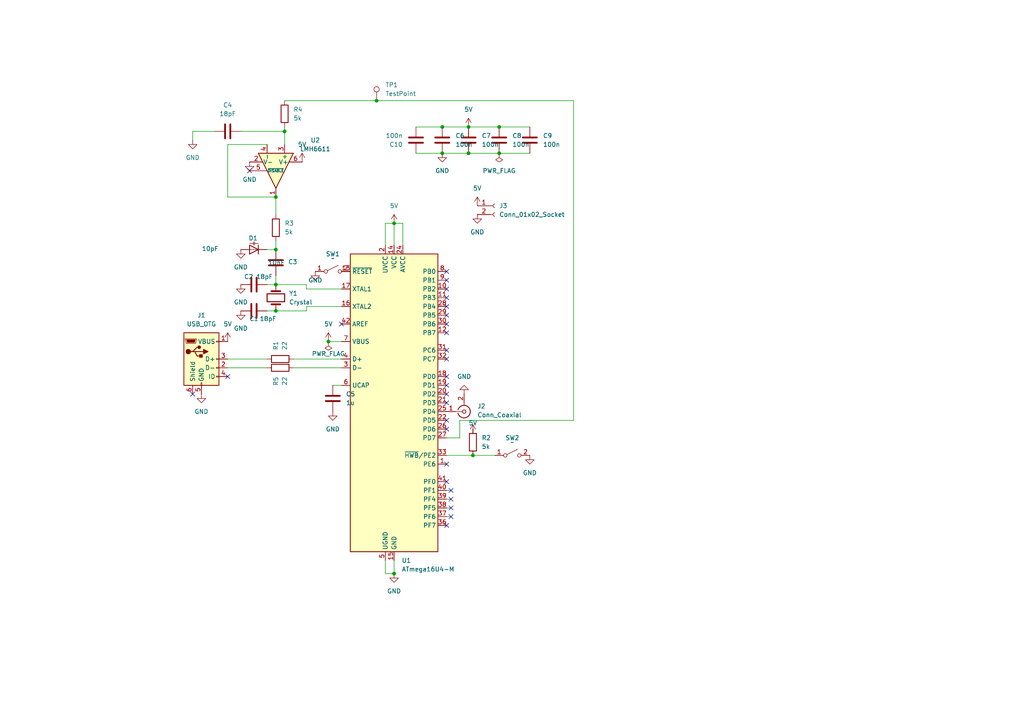
<source format=kicad_sch>
(kicad_sch
	(version 20250114)
	(generator "eeschema")
	(generator_version "9.0")
	(uuid "7be87668-79fd-4da7-8614-e937f7b1ec38")
	(paper "A4")
	(lib_symbols
		(symbol "Amplifier_Operational:LMH6611"
			(pin_names
				(offset 0.127)
			)
			(exclude_from_sim no)
			(in_bom yes)
			(on_board yes)
			(property "Reference" "U"
				(at 2.54 3.81 0)
				(effects
					(font
						(size 1.27 1.27)
					)
					(justify left)
				)
			)
			(property "Value" "LMH6611"
				(at 2.54 -3.81 0)
				(effects
					(font
						(size 1.27 1.27)
					)
					(justify left)
				)
			)
			(property "Footprint" "Package_TO_SOT_SMD:TSOT-23-6"
				(at 2.54 -6.35 0)
				(effects
					(font
						(size 1.27 1.27)
					)
					(justify left)
					(hide yes)
				)
			)
			(property "Datasheet" "http://www.ti.com/lit/ds/symlink/lmh6612.pdf"
				(at 3.81 3.81 0)
				(effects
					(font
						(size 1.27 1.27)
					)
					(hide yes)
				)
			)
			(property "Description" "Single Supply, 345 MHz, Rail-to-Rail Output, Amplifier, TSOT-23-6"
				(at 0 0 0)
				(effects
					(font
						(size 1.27 1.27)
					)
					(hide yes)
				)
			)
			(property "ki_keywords" "opamp operational amplifier single"
				(at 0 0 0)
				(effects
					(font
						(size 1.27 1.27)
					)
					(hide yes)
				)
			)
			(property "ki_fp_filters" "TSOT*23*"
				(at 0 0 0)
				(effects
					(font
						(size 1.27 1.27)
					)
					(hide yes)
				)
			)
			(symbol "LMH6611_0_1"
				(polyline
					(pts
						(xy -5.08 5.08) (xy 5.08 0) (xy -5.08 -5.08) (xy -5.08 5.08)
					)
					(stroke
						(width 0.254)
						(type default)
					)
					(fill
						(type background)
					)
				)
			)
			(symbol "LMH6611_1_1"
				(pin input line
					(at -7.62 2.54 0)
					(length 2.54)
					(name "+"
						(effects
							(font
								(size 1.27 1.27)
							)
						)
					)
					(number "3"
						(effects
							(font
								(size 1.27 1.27)
							)
						)
					)
				)
				(pin input line
					(at -7.62 -2.54 0)
					(length 2.54)
					(name "-"
						(effects
							(font
								(size 1.27 1.27)
							)
						)
					)
					(number "4"
						(effects
							(font
								(size 1.27 1.27)
							)
						)
					)
				)
				(pin power_in line
					(at -2.54 7.62 270)
					(length 3.81)
					(name "V+"
						(effects
							(font
								(size 1.27 1.27)
							)
						)
					)
					(number "6"
						(effects
							(font
								(size 1.27 1.27)
							)
						)
					)
				)
				(pin power_in line
					(at -2.54 -7.62 90)
					(length 3.81)
					(name "V-"
						(effects
							(font
								(size 1.27 1.27)
							)
						)
					)
					(number "2"
						(effects
							(font
								(size 1.27 1.27)
							)
						)
					)
				)
				(pin input line
					(at 0 -7.62 90)
					(length 5.08)
					(name "~{DISABLE}"
						(effects
							(font
								(size 0.762 0.762)
							)
						)
					)
					(number "5"
						(effects
							(font
								(size 1.27 1.27)
							)
						)
					)
				)
				(pin output line
					(at 7.62 0 180)
					(length 2.54)
					(name "~"
						(effects
							(font
								(size 1.27 1.27)
							)
						)
					)
					(number "1"
						(effects
							(font
								(size 1.27 1.27)
							)
						)
					)
				)
			)
			(embedded_fonts no)
		)
		(symbol "Connector:Conn_01x02_Socket"
			(pin_names
				(offset 1.016)
				(hide yes)
			)
			(exclude_from_sim no)
			(in_bom yes)
			(on_board yes)
			(property "Reference" "J"
				(at 0 2.54 0)
				(effects
					(font
						(size 1.27 1.27)
					)
				)
			)
			(property "Value" "Conn_01x02_Socket"
				(at 0 -5.08 0)
				(effects
					(font
						(size 1.27 1.27)
					)
				)
			)
			(property "Footprint" ""
				(at 0 0 0)
				(effects
					(font
						(size 1.27 1.27)
					)
					(hide yes)
				)
			)
			(property "Datasheet" "~"
				(at 0 0 0)
				(effects
					(font
						(size 1.27 1.27)
					)
					(hide yes)
				)
			)
			(property "Description" "Generic connector, single row, 01x02, script generated"
				(at 0 0 0)
				(effects
					(font
						(size 1.27 1.27)
					)
					(hide yes)
				)
			)
			(property "ki_locked" ""
				(at 0 0 0)
				(effects
					(font
						(size 1.27 1.27)
					)
				)
			)
			(property "ki_keywords" "connector"
				(at 0 0 0)
				(effects
					(font
						(size 1.27 1.27)
					)
					(hide yes)
				)
			)
			(property "ki_fp_filters" "Connector*:*_1x??_*"
				(at 0 0 0)
				(effects
					(font
						(size 1.27 1.27)
					)
					(hide yes)
				)
			)
			(symbol "Conn_01x02_Socket_1_1"
				(polyline
					(pts
						(xy -1.27 0) (xy -0.508 0)
					)
					(stroke
						(width 0.1524)
						(type default)
					)
					(fill
						(type none)
					)
				)
				(polyline
					(pts
						(xy -1.27 -2.54) (xy -0.508 -2.54)
					)
					(stroke
						(width 0.1524)
						(type default)
					)
					(fill
						(type none)
					)
				)
				(arc
					(start 0 -0.508)
					(mid -0.5058 0)
					(end 0 0.508)
					(stroke
						(width 0.1524)
						(type default)
					)
					(fill
						(type none)
					)
				)
				(arc
					(start 0 -3.048)
					(mid -0.5058 -2.54)
					(end 0 -2.032)
					(stroke
						(width 0.1524)
						(type default)
					)
					(fill
						(type none)
					)
				)
				(pin passive line
					(at -5.08 0 0)
					(length 3.81)
					(name "Pin_1"
						(effects
							(font
								(size 1.27 1.27)
							)
						)
					)
					(number "1"
						(effects
							(font
								(size 1.27 1.27)
							)
						)
					)
				)
				(pin passive line
					(at -5.08 -2.54 0)
					(length 3.81)
					(name "Pin_2"
						(effects
							(font
								(size 1.27 1.27)
							)
						)
					)
					(number "2"
						(effects
							(font
								(size 1.27 1.27)
							)
						)
					)
				)
			)
			(embedded_fonts no)
		)
		(symbol "Connector:Conn_Coaxial"
			(pin_names
				(offset 1.016)
				(hide yes)
			)
			(exclude_from_sim no)
			(in_bom yes)
			(on_board yes)
			(property "Reference" "J"
				(at 0.254 3.048 0)
				(effects
					(font
						(size 1.27 1.27)
					)
				)
			)
			(property "Value" "Conn_Coaxial"
				(at 2.921 0 90)
				(effects
					(font
						(size 1.27 1.27)
					)
				)
			)
			(property "Footprint" ""
				(at 0 0 0)
				(effects
					(font
						(size 1.27 1.27)
					)
					(hide yes)
				)
			)
			(property "Datasheet" "~"
				(at 0 0 0)
				(effects
					(font
						(size 1.27 1.27)
					)
					(hide yes)
				)
			)
			(property "Description" "coaxial connector (BNC, SMA, SMB, SMC, Cinch/RCA, LEMO, ...)"
				(at 0 0 0)
				(effects
					(font
						(size 1.27 1.27)
					)
					(hide yes)
				)
			)
			(property "ki_keywords" "BNC SMA SMB SMC LEMO coaxial connector CINCH RCA MCX MMCX U.FL UMRF"
				(at 0 0 0)
				(effects
					(font
						(size 1.27 1.27)
					)
					(hide yes)
				)
			)
			(property "ki_fp_filters" "*BNC* *SMA* *SMB* *SMC* *Cinch* *LEMO* *UMRF* *MCX* *U.FL*"
				(at 0 0 0)
				(effects
					(font
						(size 1.27 1.27)
					)
					(hide yes)
				)
			)
			(symbol "Conn_Coaxial_0_1"
				(polyline
					(pts
						(xy -2.54 0) (xy -0.508 0)
					)
					(stroke
						(width 0)
						(type default)
					)
					(fill
						(type none)
					)
				)
				(arc
					(start 1.778 0)
					(mid 0.222 -1.8079)
					(end -1.778 -0.508)
					(stroke
						(width 0.254)
						(type default)
					)
					(fill
						(type none)
					)
				)
				(arc
					(start -1.778 0.508)
					(mid 0.2221 1.8084)
					(end 1.778 0)
					(stroke
						(width 0.254)
						(type default)
					)
					(fill
						(type none)
					)
				)
				(circle
					(center 0 0)
					(radius 0.508)
					(stroke
						(width 0.2032)
						(type default)
					)
					(fill
						(type none)
					)
				)
				(polyline
					(pts
						(xy 0 -2.54) (xy 0 -1.778)
					)
					(stroke
						(width 0)
						(type default)
					)
					(fill
						(type none)
					)
				)
			)
			(symbol "Conn_Coaxial_1_1"
				(pin passive line
					(at -5.08 0 0)
					(length 2.54)
					(name "In"
						(effects
							(font
								(size 1.27 1.27)
							)
						)
					)
					(number "1"
						(effects
							(font
								(size 1.27 1.27)
							)
						)
					)
				)
				(pin passive line
					(at 0 -5.08 90)
					(length 2.54)
					(name "Ext"
						(effects
							(font
								(size 1.27 1.27)
							)
						)
					)
					(number "2"
						(effects
							(font
								(size 1.27 1.27)
							)
						)
					)
				)
			)
			(embedded_fonts no)
		)
		(symbol "Connector:TestPoint"
			(pin_numbers
				(hide yes)
			)
			(pin_names
				(offset 0.762)
				(hide yes)
			)
			(exclude_from_sim no)
			(in_bom yes)
			(on_board yes)
			(property "Reference" "TP"
				(at 0 6.858 0)
				(effects
					(font
						(size 1.27 1.27)
					)
				)
			)
			(property "Value" "TestPoint"
				(at 0 5.08 0)
				(effects
					(font
						(size 1.27 1.27)
					)
				)
			)
			(property "Footprint" ""
				(at 5.08 0 0)
				(effects
					(font
						(size 1.27 1.27)
					)
					(hide yes)
				)
			)
			(property "Datasheet" "~"
				(at 5.08 0 0)
				(effects
					(font
						(size 1.27 1.27)
					)
					(hide yes)
				)
			)
			(property "Description" "test point"
				(at 0 0 0)
				(effects
					(font
						(size 1.27 1.27)
					)
					(hide yes)
				)
			)
			(property "ki_keywords" "test point tp"
				(at 0 0 0)
				(effects
					(font
						(size 1.27 1.27)
					)
					(hide yes)
				)
			)
			(property "ki_fp_filters" "Pin* Test*"
				(at 0 0 0)
				(effects
					(font
						(size 1.27 1.27)
					)
					(hide yes)
				)
			)
			(symbol "TestPoint_0_1"
				(circle
					(center 0 3.302)
					(radius 0.762)
					(stroke
						(width 0)
						(type default)
					)
					(fill
						(type none)
					)
				)
			)
			(symbol "TestPoint_1_1"
				(pin passive line
					(at 0 0 90)
					(length 2.54)
					(name "1"
						(effects
							(font
								(size 1.27 1.27)
							)
						)
					)
					(number "1"
						(effects
							(font
								(size 1.27 1.27)
							)
						)
					)
				)
			)
			(embedded_fonts no)
		)
		(symbol "Connector:USB_OTG"
			(pin_names
				(offset 1.016)
			)
			(exclude_from_sim no)
			(in_bom yes)
			(on_board yes)
			(property "Reference" "J"
				(at -5.08 11.43 0)
				(effects
					(font
						(size 1.27 1.27)
					)
					(justify left)
				)
			)
			(property "Value" "USB_OTG"
				(at -5.08 8.89 0)
				(effects
					(font
						(size 1.27 1.27)
					)
					(justify left)
				)
			)
			(property "Footprint" ""
				(at 3.81 -1.27 0)
				(effects
					(font
						(size 1.27 1.27)
					)
					(hide yes)
				)
			)
			(property "Datasheet" "~"
				(at 3.81 -1.27 0)
				(effects
					(font
						(size 1.27 1.27)
					)
					(hide yes)
				)
			)
			(property "Description" "USB mini/micro connector"
				(at 0 0 0)
				(effects
					(font
						(size 1.27 1.27)
					)
					(hide yes)
				)
			)
			(property "ki_keywords" "connector USB"
				(at 0 0 0)
				(effects
					(font
						(size 1.27 1.27)
					)
					(hide yes)
				)
			)
			(property "ki_fp_filters" "USB*"
				(at 0 0 0)
				(effects
					(font
						(size 1.27 1.27)
					)
					(hide yes)
				)
			)
			(symbol "USB_OTG_0_1"
				(rectangle
					(start -5.08 -7.62)
					(end 5.08 7.62)
					(stroke
						(width 0.254)
						(type default)
					)
					(fill
						(type background)
					)
				)
				(polyline
					(pts
						(xy -4.699 5.842) (xy -4.699 5.588) (xy -4.445 4.826) (xy -4.445 4.572) (xy -1.651 4.572) (xy -1.651 4.826)
						(xy -1.397 5.588) (xy -1.397 5.842) (xy -4.699 5.842)
					)
					(stroke
						(width 0)
						(type default)
					)
					(fill
						(type none)
					)
				)
				(polyline
					(pts
						(xy -4.318 5.588) (xy -1.778 5.588) (xy -2.032 4.826) (xy -4.064 4.826) (xy -4.318 5.588)
					)
					(stroke
						(width 0)
						(type default)
					)
					(fill
						(type outline)
					)
				)
				(circle
					(center -3.81 2.159)
					(radius 0.635)
					(stroke
						(width 0.254)
						(type default)
					)
					(fill
						(type outline)
					)
				)
				(polyline
					(pts
						(xy -3.175 2.159) (xy -2.54 2.159) (xy -1.27 3.429) (xy -0.635 3.429)
					)
					(stroke
						(width 0.254)
						(type default)
					)
					(fill
						(type none)
					)
				)
				(polyline
					(pts
						(xy -2.54 2.159) (xy -1.905 2.159) (xy -1.27 0.889) (xy 0 0.889)
					)
					(stroke
						(width 0.254)
						(type default)
					)
					(fill
						(type none)
					)
				)
				(polyline
					(pts
						(xy -1.905 2.159) (xy 0.635 2.159)
					)
					(stroke
						(width 0.254)
						(type default)
					)
					(fill
						(type none)
					)
				)
				(circle
					(center -0.635 3.429)
					(radius 0.381)
					(stroke
						(width 0.254)
						(type default)
					)
					(fill
						(type outline)
					)
				)
				(rectangle
					(start -0.127 -7.62)
					(end 0.127 -6.858)
					(stroke
						(width 0)
						(type default)
					)
					(fill
						(type none)
					)
				)
				(rectangle
					(start 0.254 1.27)
					(end -0.508 0.508)
					(stroke
						(width 0.254)
						(type default)
					)
					(fill
						(type outline)
					)
				)
				(polyline
					(pts
						(xy 0.635 2.794) (xy 0.635 1.524) (xy 1.905 2.159) (xy 0.635 2.794)
					)
					(stroke
						(width 0.254)
						(type default)
					)
					(fill
						(type outline)
					)
				)
				(rectangle
					(start 5.08 4.953)
					(end 4.318 5.207)
					(stroke
						(width 0)
						(type default)
					)
					(fill
						(type none)
					)
				)
				(rectangle
					(start 5.08 -0.127)
					(end 4.318 0.127)
					(stroke
						(width 0)
						(type default)
					)
					(fill
						(type none)
					)
				)
				(rectangle
					(start 5.08 -2.667)
					(end 4.318 -2.413)
					(stroke
						(width 0)
						(type default)
					)
					(fill
						(type none)
					)
				)
				(rectangle
					(start 5.08 -5.207)
					(end 4.318 -4.953)
					(stroke
						(width 0)
						(type default)
					)
					(fill
						(type none)
					)
				)
			)
			(symbol "USB_OTG_1_1"
				(pin passive line
					(at -2.54 -10.16 90)
					(length 2.54)
					(name "Shield"
						(effects
							(font
								(size 1.27 1.27)
							)
						)
					)
					(number "6"
						(effects
							(font
								(size 1.27 1.27)
							)
						)
					)
				)
				(pin passive line
					(at 0 -10.16 90)
					(length 2.54)
					(name "GND"
						(effects
							(font
								(size 1.27 1.27)
							)
						)
					)
					(number "5"
						(effects
							(font
								(size 1.27 1.27)
							)
						)
					)
				)
				(pin passive line
					(at 7.62 5.08 180)
					(length 2.54)
					(name "VBUS"
						(effects
							(font
								(size 1.27 1.27)
							)
						)
					)
					(number "1"
						(effects
							(font
								(size 1.27 1.27)
							)
						)
					)
				)
				(pin bidirectional line
					(at 7.62 0 180)
					(length 2.54)
					(name "D+"
						(effects
							(font
								(size 1.27 1.27)
							)
						)
					)
					(number "3"
						(effects
							(font
								(size 1.27 1.27)
							)
						)
					)
				)
				(pin bidirectional line
					(at 7.62 -2.54 180)
					(length 2.54)
					(name "D-"
						(effects
							(font
								(size 1.27 1.27)
							)
						)
					)
					(number "2"
						(effects
							(font
								(size 1.27 1.27)
							)
						)
					)
				)
				(pin passive line
					(at 7.62 -5.08 180)
					(length 2.54)
					(name "ID"
						(effects
							(font
								(size 1.27 1.27)
							)
						)
					)
					(number "4"
						(effects
							(font
								(size 1.27 1.27)
							)
						)
					)
				)
			)
			(embedded_fonts no)
		)
		(symbol "Device:C"
			(pin_numbers
				(hide yes)
			)
			(pin_names
				(offset 0.254)
			)
			(exclude_from_sim no)
			(in_bom yes)
			(on_board yes)
			(property "Reference" "C"
				(at 0.635 2.54 0)
				(effects
					(font
						(size 1.27 1.27)
					)
					(justify left)
				)
			)
			(property "Value" "C"
				(at 0.635 -2.54 0)
				(effects
					(font
						(size 1.27 1.27)
					)
					(justify left)
				)
			)
			(property "Footprint" ""
				(at 0.9652 -3.81 0)
				(effects
					(font
						(size 1.27 1.27)
					)
					(hide yes)
				)
			)
			(property "Datasheet" "~"
				(at 0 0 0)
				(effects
					(font
						(size 1.27 1.27)
					)
					(hide yes)
				)
			)
			(property "Description" "Unpolarized capacitor"
				(at 0 0 0)
				(effects
					(font
						(size 1.27 1.27)
					)
					(hide yes)
				)
			)
			(property "ki_keywords" "cap capacitor"
				(at 0 0 0)
				(effects
					(font
						(size 1.27 1.27)
					)
					(hide yes)
				)
			)
			(property "ki_fp_filters" "C_*"
				(at 0 0 0)
				(effects
					(font
						(size 1.27 1.27)
					)
					(hide yes)
				)
			)
			(symbol "C_0_1"
				(polyline
					(pts
						(xy -2.032 0.762) (xy 2.032 0.762)
					)
					(stroke
						(width 0.508)
						(type default)
					)
					(fill
						(type none)
					)
				)
				(polyline
					(pts
						(xy -2.032 -0.762) (xy 2.032 -0.762)
					)
					(stroke
						(width 0.508)
						(type default)
					)
					(fill
						(type none)
					)
				)
			)
			(symbol "C_1_1"
				(pin passive line
					(at 0 3.81 270)
					(length 2.794)
					(name "~"
						(effects
							(font
								(size 1.27 1.27)
							)
						)
					)
					(number "1"
						(effects
							(font
								(size 1.27 1.27)
							)
						)
					)
				)
				(pin passive line
					(at 0 -3.81 90)
					(length 2.794)
					(name "~"
						(effects
							(font
								(size 1.27 1.27)
							)
						)
					)
					(number "2"
						(effects
							(font
								(size 1.27 1.27)
							)
						)
					)
				)
			)
			(embedded_fonts no)
		)
		(symbol "Device:Crystal"
			(pin_numbers
				(hide yes)
			)
			(pin_names
				(offset 1.016)
				(hide yes)
			)
			(exclude_from_sim no)
			(in_bom yes)
			(on_board yes)
			(property "Reference" "Y"
				(at 0 3.81 0)
				(effects
					(font
						(size 1.27 1.27)
					)
				)
			)
			(property "Value" "Crystal"
				(at 0 -3.81 0)
				(effects
					(font
						(size 1.27 1.27)
					)
				)
			)
			(property "Footprint" ""
				(at 0 0 0)
				(effects
					(font
						(size 1.27 1.27)
					)
					(hide yes)
				)
			)
			(property "Datasheet" "~"
				(at 0 0 0)
				(effects
					(font
						(size 1.27 1.27)
					)
					(hide yes)
				)
			)
			(property "Description" "Two pin crystal"
				(at 0 0 0)
				(effects
					(font
						(size 1.27 1.27)
					)
					(hide yes)
				)
			)
			(property "ki_keywords" "quartz ceramic resonator oscillator"
				(at 0 0 0)
				(effects
					(font
						(size 1.27 1.27)
					)
					(hide yes)
				)
			)
			(property "ki_fp_filters" "Crystal*"
				(at 0 0 0)
				(effects
					(font
						(size 1.27 1.27)
					)
					(hide yes)
				)
			)
			(symbol "Crystal_0_1"
				(polyline
					(pts
						(xy -2.54 0) (xy -1.905 0)
					)
					(stroke
						(width 0)
						(type default)
					)
					(fill
						(type none)
					)
				)
				(polyline
					(pts
						(xy -1.905 -1.27) (xy -1.905 1.27)
					)
					(stroke
						(width 0.508)
						(type default)
					)
					(fill
						(type none)
					)
				)
				(rectangle
					(start -1.143 2.54)
					(end 1.143 -2.54)
					(stroke
						(width 0.3048)
						(type default)
					)
					(fill
						(type none)
					)
				)
				(polyline
					(pts
						(xy 1.905 -1.27) (xy 1.905 1.27)
					)
					(stroke
						(width 0.508)
						(type default)
					)
					(fill
						(type none)
					)
				)
				(polyline
					(pts
						(xy 2.54 0) (xy 1.905 0)
					)
					(stroke
						(width 0)
						(type default)
					)
					(fill
						(type none)
					)
				)
			)
			(symbol "Crystal_1_1"
				(pin passive line
					(at -3.81 0 0)
					(length 1.27)
					(name "1"
						(effects
							(font
								(size 1.27 1.27)
							)
						)
					)
					(number "1"
						(effects
							(font
								(size 1.27 1.27)
							)
						)
					)
				)
				(pin passive line
					(at 3.81 0 180)
					(length 1.27)
					(name "2"
						(effects
							(font
								(size 1.27 1.27)
							)
						)
					)
					(number "2"
						(effects
							(font
								(size 1.27 1.27)
							)
						)
					)
				)
			)
			(embedded_fonts no)
		)
		(symbol "Device:D_Capacitance"
			(pin_numbers
				(hide yes)
			)
			(pin_names
				(offset 1.016)
				(hide yes)
			)
			(exclude_from_sim no)
			(in_bom yes)
			(on_board yes)
			(property "Reference" "D"
				(at 0 2.54 0)
				(effects
					(font
						(size 1.27 1.27)
					)
				)
			)
			(property "Value" "D_Capacitance"
				(at 0 -3.302 0)
				(effects
					(font
						(size 1.27 1.27)
					)
				)
			)
			(property "Footprint" ""
				(at 0 0 0)
				(effects
					(font
						(size 1.27 1.27)
					)
					(hide yes)
				)
			)
			(property "Datasheet" "~"
				(at 0 0 0)
				(effects
					(font
						(size 1.27 1.27)
					)
					(hide yes)
				)
			)
			(property "Description" "Variable capacitance diode"
				(at 0 0 0)
				(effects
					(font
						(size 1.27 1.27)
					)
					(hide yes)
				)
			)
			(property "ki_keywords" "capacitance diode varicap varactor"
				(at 0 0 0)
				(effects
					(font
						(size 1.27 1.27)
					)
					(hide yes)
				)
			)
			(property "ki_fp_filters" "TO-???* *_Diode_* *SingleDiode* D_*"
				(at 0 0 0)
				(effects
					(font
						(size 1.27 1.27)
					)
					(hide yes)
				)
			)
			(symbol "D_Capacitance_0_1"
				(polyline
					(pts
						(xy -1.27 1.27) (xy -1.27 -1.27)
					)
					(stroke
						(width 0.254)
						(type default)
					)
					(fill
						(type none)
					)
				)
				(polyline
					(pts
						(xy -1.27 0) (xy 1.27 0)
					)
					(stroke
						(width 0)
						(type default)
					)
					(fill
						(type none)
					)
				)
				(polyline
					(pts
						(xy -1.27 -1.778) (xy -0.1524 -1.778)
					)
					(stroke
						(width 0)
						(type default)
					)
					(fill
						(type none)
					)
				)
				(polyline
					(pts
						(xy -0.1524 -1.27) (xy -0.1524 -2.286)
					)
					(stroke
						(width 0)
						(type default)
					)
					(fill
						(type none)
					)
				)
				(polyline
					(pts
						(xy 0.1524 -1.27) (xy 0.1524 -2.286)
					)
					(stroke
						(width 0)
						(type default)
					)
					(fill
						(type none)
					)
				)
				(polyline
					(pts
						(xy 0.1524 -1.778) (xy 1.27 -1.778)
					)
					(stroke
						(width 0)
						(type default)
					)
					(fill
						(type none)
					)
				)
				(polyline
					(pts
						(xy 1.27 1.27) (xy 1.27 -1.27) (xy -1.27 0) (xy 1.27 1.27)
					)
					(stroke
						(width 0.254)
						(type default)
					)
					(fill
						(type none)
					)
				)
			)
			(symbol "D_Capacitance_1_1"
				(pin passive line
					(at -3.81 0 0)
					(length 2.54)
					(name "K"
						(effects
							(font
								(size 1.27 1.27)
							)
						)
					)
					(number "1"
						(effects
							(font
								(size 1.27 1.27)
							)
						)
					)
				)
				(pin passive line
					(at 3.81 0 180)
					(length 2.54)
					(name "A"
						(effects
							(font
								(size 1.27 1.27)
							)
						)
					)
					(number "2"
						(effects
							(font
								(size 1.27 1.27)
							)
						)
					)
				)
			)
			(embedded_fonts no)
		)
		(symbol "Device:R"
			(pin_numbers
				(hide yes)
			)
			(pin_names
				(offset 0)
			)
			(exclude_from_sim no)
			(in_bom yes)
			(on_board yes)
			(property "Reference" "R"
				(at 2.032 0 90)
				(effects
					(font
						(size 1.27 1.27)
					)
				)
			)
			(property "Value" "R"
				(at 0 0 90)
				(effects
					(font
						(size 1.27 1.27)
					)
				)
			)
			(property "Footprint" ""
				(at -1.778 0 90)
				(effects
					(font
						(size 1.27 1.27)
					)
					(hide yes)
				)
			)
			(property "Datasheet" "~"
				(at 0 0 0)
				(effects
					(font
						(size 1.27 1.27)
					)
					(hide yes)
				)
			)
			(property "Description" "Resistor"
				(at 0 0 0)
				(effects
					(font
						(size 1.27 1.27)
					)
					(hide yes)
				)
			)
			(property "ki_keywords" "R res resistor"
				(at 0 0 0)
				(effects
					(font
						(size 1.27 1.27)
					)
					(hide yes)
				)
			)
			(property "ki_fp_filters" "R_*"
				(at 0 0 0)
				(effects
					(font
						(size 1.27 1.27)
					)
					(hide yes)
				)
			)
			(symbol "R_0_1"
				(rectangle
					(start -1.016 -2.54)
					(end 1.016 2.54)
					(stroke
						(width 0.254)
						(type default)
					)
					(fill
						(type none)
					)
				)
			)
			(symbol "R_1_1"
				(pin passive line
					(at 0 3.81 270)
					(length 1.27)
					(name "~"
						(effects
							(font
								(size 1.27 1.27)
							)
						)
					)
					(number "1"
						(effects
							(font
								(size 1.27 1.27)
							)
						)
					)
				)
				(pin passive line
					(at 0 -3.81 90)
					(length 1.27)
					(name "~"
						(effects
							(font
								(size 1.27 1.27)
							)
						)
					)
					(number "2"
						(effects
							(font
								(size 1.27 1.27)
							)
						)
					)
				)
			)
			(embedded_fonts no)
		)
		(symbol "MCU_Microchip_ATmega:ATmega16U4-M"
			(exclude_from_sim no)
			(in_bom yes)
			(on_board yes)
			(property "Reference" "U"
				(at -12.7 44.45 0)
				(effects
					(font
						(size 1.27 1.27)
					)
					(justify left bottom)
				)
			)
			(property "Value" "ATmega16U4-M"
				(at 2.54 -44.45 0)
				(effects
					(font
						(size 1.27 1.27)
					)
					(justify left top)
				)
			)
			(property "Footprint" "Package_DFN_QFN:QFN-44-1EP_7x7mm_P0.5mm_EP5.2x5.2mm"
				(at 0 0 0)
				(effects
					(font
						(size 1.27 1.27)
						(italic yes)
					)
					(hide yes)
				)
			)
			(property "Datasheet" "http://ww1.microchip.com/downloads/en/DeviceDoc/Atmel-7766-8-bit-AVR-ATmega16U4-32U4_Datasheet.pdf"
				(at 0 0 0)
				(effects
					(font
						(size 1.27 1.27)
					)
					(hide yes)
				)
			)
			(property "Description" "16MHz, 16kB Flash, 1.25kB SRAM, 512B EEPROM, USB 2.0, QFN-44"
				(at 0 0 0)
				(effects
					(font
						(size 1.27 1.27)
					)
					(hide yes)
				)
			)
			(property "ki_keywords" "AVR 8bit Microcontroller MegaAVR USB"
				(at 0 0 0)
				(effects
					(font
						(size 1.27 1.27)
					)
					(hide yes)
				)
			)
			(property "ki_fp_filters" "QFN*1EP*7x7mm*P0.5mm*"
				(at 0 0 0)
				(effects
					(font
						(size 1.27 1.27)
					)
					(hide yes)
				)
			)
			(symbol "ATmega16U4-M_0_1"
				(rectangle
					(start -12.7 -43.18)
					(end 12.7 43.18)
					(stroke
						(width 0.254)
						(type default)
					)
					(fill
						(type background)
					)
				)
			)
			(symbol "ATmega16U4-M_1_1"
				(pin input line
					(at -15.24 38.1 0)
					(length 2.54)
					(name "~{RESET}"
						(effects
							(font
								(size 1.27 1.27)
							)
						)
					)
					(number "13"
						(effects
							(font
								(size 1.27 1.27)
							)
						)
					)
				)
				(pin input line
					(at -15.24 33.02 0)
					(length 2.54)
					(name "XTAL1"
						(effects
							(font
								(size 1.27 1.27)
							)
						)
					)
					(number "17"
						(effects
							(font
								(size 1.27 1.27)
							)
						)
					)
				)
				(pin output line
					(at -15.24 27.94 0)
					(length 2.54)
					(name "XTAL2"
						(effects
							(font
								(size 1.27 1.27)
							)
						)
					)
					(number "16"
						(effects
							(font
								(size 1.27 1.27)
							)
						)
					)
				)
				(pin passive line
					(at -15.24 22.86 0)
					(length 2.54)
					(name "AREF"
						(effects
							(font
								(size 1.27 1.27)
							)
						)
					)
					(number "42"
						(effects
							(font
								(size 1.27 1.27)
							)
						)
					)
				)
				(pin input line
					(at -15.24 17.78 0)
					(length 2.54)
					(name "VBUS"
						(effects
							(font
								(size 1.27 1.27)
							)
						)
					)
					(number "7"
						(effects
							(font
								(size 1.27 1.27)
							)
						)
					)
				)
				(pin bidirectional line
					(at -15.24 12.7 0)
					(length 2.54)
					(name "D+"
						(effects
							(font
								(size 1.27 1.27)
							)
						)
					)
					(number "4"
						(effects
							(font
								(size 1.27 1.27)
							)
						)
					)
				)
				(pin bidirectional line
					(at -15.24 10.16 0)
					(length 2.54)
					(name "D-"
						(effects
							(font
								(size 1.27 1.27)
							)
						)
					)
					(number "3"
						(effects
							(font
								(size 1.27 1.27)
							)
						)
					)
				)
				(pin passive line
					(at -15.24 5.08 0)
					(length 2.54)
					(name "UCAP"
						(effects
							(font
								(size 1.27 1.27)
							)
						)
					)
					(number "6"
						(effects
							(font
								(size 1.27 1.27)
							)
						)
					)
				)
				(pin power_in line
					(at -2.54 45.72 270)
					(length 2.54)
					(name "UVCC"
						(effects
							(font
								(size 1.27 1.27)
							)
						)
					)
					(number "2"
						(effects
							(font
								(size 1.27 1.27)
							)
						)
					)
				)
				(pin passive line
					(at -2.54 -45.72 90)
					(length 2.54)
					(name "UGND"
						(effects
							(font
								(size 1.27 1.27)
							)
						)
					)
					(number "5"
						(effects
							(font
								(size 1.27 1.27)
							)
						)
					)
				)
				(pin power_in line
					(at 0 45.72 270)
					(length 2.54)
					(name "VCC"
						(effects
							(font
								(size 1.27 1.27)
							)
						)
					)
					(number "14"
						(effects
							(font
								(size 1.27 1.27)
							)
						)
					)
				)
				(pin passive line
					(at 0 45.72 270)
					(length 2.54)
					(hide yes)
					(name "VCC"
						(effects
							(font
								(size 1.27 1.27)
							)
						)
					)
					(number "34"
						(effects
							(font
								(size 1.27 1.27)
							)
						)
					)
				)
				(pin power_in line
					(at 0 -45.72 90)
					(length 2.54)
					(name "GND"
						(effects
							(font
								(size 1.27 1.27)
							)
						)
					)
					(number "15"
						(effects
							(font
								(size 1.27 1.27)
							)
						)
					)
				)
				(pin passive line
					(at 0 -45.72 90)
					(length 2.54)
					(hide yes)
					(name "GND"
						(effects
							(font
								(size 1.27 1.27)
							)
						)
					)
					(number "23"
						(effects
							(font
								(size 1.27 1.27)
							)
						)
					)
				)
				(pin passive line
					(at 0 -45.72 90)
					(length 2.54)
					(hide yes)
					(name "GND"
						(effects
							(font
								(size 1.27 1.27)
							)
						)
					)
					(number "35"
						(effects
							(font
								(size 1.27 1.27)
							)
						)
					)
				)
				(pin passive line
					(at 0 -45.72 90)
					(length 2.54)
					(hide yes)
					(name "GND"
						(effects
							(font
								(size 1.27 1.27)
							)
						)
					)
					(number "43"
						(effects
							(font
								(size 1.27 1.27)
							)
						)
					)
				)
				(pin passive line
					(at 0 -45.72 90)
					(length 2.54)
					(hide yes)
					(name "GND"
						(effects
							(font
								(size 1.27 1.27)
							)
						)
					)
					(number "45"
						(effects
							(font
								(size 1.27 1.27)
							)
						)
					)
				)
				(pin power_in line
					(at 2.54 45.72 270)
					(length 2.54)
					(name "AVCC"
						(effects
							(font
								(size 1.27 1.27)
							)
						)
					)
					(number "24"
						(effects
							(font
								(size 1.27 1.27)
							)
						)
					)
				)
				(pin passive line
					(at 2.54 45.72 270)
					(length 2.54)
					(hide yes)
					(name "AVCC"
						(effects
							(font
								(size 1.27 1.27)
							)
						)
					)
					(number "44"
						(effects
							(font
								(size 1.27 1.27)
							)
						)
					)
				)
				(pin bidirectional line
					(at 15.24 38.1 180)
					(length 2.54)
					(name "PB0"
						(effects
							(font
								(size 1.27 1.27)
							)
						)
					)
					(number "8"
						(effects
							(font
								(size 1.27 1.27)
							)
						)
					)
				)
				(pin bidirectional line
					(at 15.24 35.56 180)
					(length 2.54)
					(name "PB1"
						(effects
							(font
								(size 1.27 1.27)
							)
						)
					)
					(number "9"
						(effects
							(font
								(size 1.27 1.27)
							)
						)
					)
				)
				(pin bidirectional line
					(at 15.24 33.02 180)
					(length 2.54)
					(name "PB2"
						(effects
							(font
								(size 1.27 1.27)
							)
						)
					)
					(number "10"
						(effects
							(font
								(size 1.27 1.27)
							)
						)
					)
				)
				(pin bidirectional line
					(at 15.24 30.48 180)
					(length 2.54)
					(name "PB3"
						(effects
							(font
								(size 1.27 1.27)
							)
						)
					)
					(number "11"
						(effects
							(font
								(size 1.27 1.27)
							)
						)
					)
				)
				(pin bidirectional line
					(at 15.24 27.94 180)
					(length 2.54)
					(name "PB4"
						(effects
							(font
								(size 1.27 1.27)
							)
						)
					)
					(number "28"
						(effects
							(font
								(size 1.27 1.27)
							)
						)
					)
				)
				(pin bidirectional line
					(at 15.24 25.4 180)
					(length 2.54)
					(name "PB5"
						(effects
							(font
								(size 1.27 1.27)
							)
						)
					)
					(number "29"
						(effects
							(font
								(size 1.27 1.27)
							)
						)
					)
				)
				(pin bidirectional line
					(at 15.24 22.86 180)
					(length 2.54)
					(name "PB6"
						(effects
							(font
								(size 1.27 1.27)
							)
						)
					)
					(number "30"
						(effects
							(font
								(size 1.27 1.27)
							)
						)
					)
				)
				(pin bidirectional line
					(at 15.24 20.32 180)
					(length 2.54)
					(name "PB7"
						(effects
							(font
								(size 1.27 1.27)
							)
						)
					)
					(number "12"
						(effects
							(font
								(size 1.27 1.27)
							)
						)
					)
				)
				(pin bidirectional line
					(at 15.24 15.24 180)
					(length 2.54)
					(name "PC6"
						(effects
							(font
								(size 1.27 1.27)
							)
						)
					)
					(number "31"
						(effects
							(font
								(size 1.27 1.27)
							)
						)
					)
				)
				(pin bidirectional line
					(at 15.24 12.7 180)
					(length 2.54)
					(name "PC7"
						(effects
							(font
								(size 1.27 1.27)
							)
						)
					)
					(number "32"
						(effects
							(font
								(size 1.27 1.27)
							)
						)
					)
				)
				(pin bidirectional line
					(at 15.24 7.62 180)
					(length 2.54)
					(name "PD0"
						(effects
							(font
								(size 1.27 1.27)
							)
						)
					)
					(number "18"
						(effects
							(font
								(size 1.27 1.27)
							)
						)
					)
				)
				(pin bidirectional line
					(at 15.24 5.08 180)
					(length 2.54)
					(name "PD1"
						(effects
							(font
								(size 1.27 1.27)
							)
						)
					)
					(number "19"
						(effects
							(font
								(size 1.27 1.27)
							)
						)
					)
				)
				(pin bidirectional line
					(at 15.24 2.54 180)
					(length 2.54)
					(name "PD2"
						(effects
							(font
								(size 1.27 1.27)
							)
						)
					)
					(number "20"
						(effects
							(font
								(size 1.27 1.27)
							)
						)
					)
				)
				(pin bidirectional line
					(at 15.24 0 180)
					(length 2.54)
					(name "PD3"
						(effects
							(font
								(size 1.27 1.27)
							)
						)
					)
					(number "21"
						(effects
							(font
								(size 1.27 1.27)
							)
						)
					)
				)
				(pin bidirectional line
					(at 15.24 -2.54 180)
					(length 2.54)
					(name "PD4"
						(effects
							(font
								(size 1.27 1.27)
							)
						)
					)
					(number "25"
						(effects
							(font
								(size 1.27 1.27)
							)
						)
					)
				)
				(pin bidirectional line
					(at 15.24 -5.08 180)
					(length 2.54)
					(name "PD5"
						(effects
							(font
								(size 1.27 1.27)
							)
						)
					)
					(number "22"
						(effects
							(font
								(size 1.27 1.27)
							)
						)
					)
				)
				(pin bidirectional line
					(at 15.24 -7.62 180)
					(length 2.54)
					(name "PD6"
						(effects
							(font
								(size 1.27 1.27)
							)
						)
					)
					(number "26"
						(effects
							(font
								(size 1.27 1.27)
							)
						)
					)
				)
				(pin bidirectional line
					(at 15.24 -10.16 180)
					(length 2.54)
					(name "PD7"
						(effects
							(font
								(size 1.27 1.27)
							)
						)
					)
					(number "27"
						(effects
							(font
								(size 1.27 1.27)
							)
						)
					)
				)
				(pin bidirectional line
					(at 15.24 -15.24 180)
					(length 2.54)
					(name "~{HWB}/PE2"
						(effects
							(font
								(size 1.27 1.27)
							)
						)
					)
					(number "33"
						(effects
							(font
								(size 1.27 1.27)
							)
						)
					)
				)
				(pin bidirectional line
					(at 15.24 -17.78 180)
					(length 2.54)
					(name "PE6"
						(effects
							(font
								(size 1.27 1.27)
							)
						)
					)
					(number "1"
						(effects
							(font
								(size 1.27 1.27)
							)
						)
					)
				)
				(pin bidirectional line
					(at 15.24 -22.86 180)
					(length 2.54)
					(name "PF0"
						(effects
							(font
								(size 1.27 1.27)
							)
						)
					)
					(number "41"
						(effects
							(font
								(size 1.27 1.27)
							)
						)
					)
				)
				(pin bidirectional line
					(at 15.24 -25.4 180)
					(length 2.54)
					(name "PF1"
						(effects
							(font
								(size 1.27 1.27)
							)
						)
					)
					(number "40"
						(effects
							(font
								(size 1.27 1.27)
							)
						)
					)
				)
				(pin bidirectional line
					(at 15.24 -27.94 180)
					(length 2.54)
					(name "PF4"
						(effects
							(font
								(size 1.27 1.27)
							)
						)
					)
					(number "39"
						(effects
							(font
								(size 1.27 1.27)
							)
						)
					)
				)
				(pin bidirectional line
					(at 15.24 -30.48 180)
					(length 2.54)
					(name "PF5"
						(effects
							(font
								(size 1.27 1.27)
							)
						)
					)
					(number "38"
						(effects
							(font
								(size 1.27 1.27)
							)
						)
					)
				)
				(pin bidirectional line
					(at 15.24 -33.02 180)
					(length 2.54)
					(name "PF6"
						(effects
							(font
								(size 1.27 1.27)
							)
						)
					)
					(number "37"
						(effects
							(font
								(size 1.27 1.27)
							)
						)
					)
				)
				(pin bidirectional line
					(at 15.24 -35.56 180)
					(length 2.54)
					(name "PF7"
						(effects
							(font
								(size 1.27 1.27)
							)
						)
					)
					(number "36"
						(effects
							(font
								(size 1.27 1.27)
							)
						)
					)
				)
			)
			(embedded_fonts no)
		)
		(symbol "Switch:SW_SPST"
			(pin_names
				(offset 0)
				(hide yes)
			)
			(exclude_from_sim no)
			(in_bom yes)
			(on_board yes)
			(property "Reference" "SW"
				(at 0 3.175 0)
				(effects
					(font
						(size 1.27 1.27)
					)
				)
			)
			(property "Value" "SW_SPST"
				(at 0 -2.54 0)
				(effects
					(font
						(size 1.27 1.27)
					)
				)
			)
			(property "Footprint" ""
				(at 0 0 0)
				(effects
					(font
						(size 1.27 1.27)
					)
					(hide yes)
				)
			)
			(property "Datasheet" "~"
				(at 0 0 0)
				(effects
					(font
						(size 1.27 1.27)
					)
					(hide yes)
				)
			)
			(property "Description" "Single Pole Single Throw (SPST) switch"
				(at 0 0 0)
				(effects
					(font
						(size 1.27 1.27)
					)
					(hide yes)
				)
			)
			(property "ki_keywords" "switch lever"
				(at 0 0 0)
				(effects
					(font
						(size 1.27 1.27)
					)
					(hide yes)
				)
			)
			(symbol "SW_SPST_0_0"
				(circle
					(center -2.032 0)
					(radius 0.508)
					(stroke
						(width 0)
						(type default)
					)
					(fill
						(type none)
					)
				)
				(polyline
					(pts
						(xy -1.524 0.254) (xy 1.524 1.778)
					)
					(stroke
						(width 0)
						(type default)
					)
					(fill
						(type none)
					)
				)
				(circle
					(center 2.032 0)
					(radius 0.508)
					(stroke
						(width 0)
						(type default)
					)
					(fill
						(type none)
					)
				)
			)
			(symbol "SW_SPST_1_1"
				(pin passive line
					(at -5.08 0 0)
					(length 2.54)
					(name "A"
						(effects
							(font
								(size 1.27 1.27)
							)
						)
					)
					(number "1"
						(effects
							(font
								(size 1.27 1.27)
							)
						)
					)
				)
				(pin passive line
					(at 5.08 0 180)
					(length 2.54)
					(name "B"
						(effects
							(font
								(size 1.27 1.27)
							)
						)
					)
					(number "2"
						(effects
							(font
								(size 1.27 1.27)
							)
						)
					)
				)
			)
			(embedded_fonts no)
		)
		(symbol "power:GND"
			(power)
			(pin_numbers
				(hide yes)
			)
			(pin_names
				(offset 0)
				(hide yes)
			)
			(exclude_from_sim no)
			(in_bom yes)
			(on_board yes)
			(property "Reference" "#PWR"
				(at 0 -6.35 0)
				(effects
					(font
						(size 1.27 1.27)
					)
					(hide yes)
				)
			)
			(property "Value" "GND"
				(at 0 -3.81 0)
				(effects
					(font
						(size 1.27 1.27)
					)
				)
			)
			(property "Footprint" ""
				(at 0 0 0)
				(effects
					(font
						(size 1.27 1.27)
					)
					(hide yes)
				)
			)
			(property "Datasheet" ""
				(at 0 0 0)
				(effects
					(font
						(size 1.27 1.27)
					)
					(hide yes)
				)
			)
			(property "Description" "Power symbol creates a global label with name \"GND\" , ground"
				(at 0 0 0)
				(effects
					(font
						(size 1.27 1.27)
					)
					(hide yes)
				)
			)
			(property "ki_keywords" "global power"
				(at 0 0 0)
				(effects
					(font
						(size 1.27 1.27)
					)
					(hide yes)
				)
			)
			(symbol "GND_0_1"
				(polyline
					(pts
						(xy 0 0) (xy 0 -1.27) (xy 1.27 -1.27) (xy 0 -2.54) (xy -1.27 -1.27) (xy 0 -1.27)
					)
					(stroke
						(width 0)
						(type default)
					)
					(fill
						(type none)
					)
				)
			)
			(symbol "GND_1_1"
				(pin power_in line
					(at 0 0 270)
					(length 0)
					(name "~"
						(effects
							(font
								(size 1.27 1.27)
							)
						)
					)
					(number "1"
						(effects
							(font
								(size 1.27 1.27)
							)
						)
					)
				)
			)
			(embedded_fonts no)
		)
		(symbol "power:PWR_FLAG"
			(power)
			(pin_numbers
				(hide yes)
			)
			(pin_names
				(offset 0)
				(hide yes)
			)
			(exclude_from_sim no)
			(in_bom yes)
			(on_board yes)
			(property "Reference" "#FLG"
				(at 0 1.905 0)
				(effects
					(font
						(size 1.27 1.27)
					)
					(hide yes)
				)
			)
			(property "Value" "PWR_FLAG"
				(at 0 3.81 0)
				(effects
					(font
						(size 1.27 1.27)
					)
				)
			)
			(property "Footprint" ""
				(at 0 0 0)
				(effects
					(font
						(size 1.27 1.27)
					)
					(hide yes)
				)
			)
			(property "Datasheet" "~"
				(at 0 0 0)
				(effects
					(font
						(size 1.27 1.27)
					)
					(hide yes)
				)
			)
			(property "Description" "Special symbol for telling ERC where power comes from"
				(at 0 0 0)
				(effects
					(font
						(size 1.27 1.27)
					)
					(hide yes)
				)
			)
			(property "ki_keywords" "flag power"
				(at 0 0 0)
				(effects
					(font
						(size 1.27 1.27)
					)
					(hide yes)
				)
			)
			(symbol "PWR_FLAG_0_0"
				(pin power_out line
					(at 0 0 90)
					(length 0)
					(name "~"
						(effects
							(font
								(size 1.27 1.27)
							)
						)
					)
					(number "1"
						(effects
							(font
								(size 1.27 1.27)
							)
						)
					)
				)
			)
			(symbol "PWR_FLAG_0_1"
				(polyline
					(pts
						(xy 0 0) (xy 0 1.27) (xy -1.016 1.905) (xy 0 2.54) (xy 1.016 1.905) (xy 0 1.27)
					)
					(stroke
						(width 0)
						(type default)
					)
					(fill
						(type none)
					)
				)
			)
			(embedded_fonts no)
		)
		(symbol "power:VCC"
			(power)
			(pin_numbers
				(hide yes)
			)
			(pin_names
				(offset 0)
				(hide yes)
			)
			(exclude_from_sim no)
			(in_bom yes)
			(on_board yes)
			(property "Reference" "#PWR"
				(at 0 -3.81 0)
				(effects
					(font
						(size 1.27 1.27)
					)
					(hide yes)
				)
			)
			(property "Value" "VCC"
				(at 0 3.556 0)
				(effects
					(font
						(size 1.27 1.27)
					)
				)
			)
			(property "Footprint" ""
				(at 0 0 0)
				(effects
					(font
						(size 1.27 1.27)
					)
					(hide yes)
				)
			)
			(property "Datasheet" ""
				(at 0 0 0)
				(effects
					(font
						(size 1.27 1.27)
					)
					(hide yes)
				)
			)
			(property "Description" "Power symbol creates a global label with name \"VCC\""
				(at 0 0 0)
				(effects
					(font
						(size 1.27 1.27)
					)
					(hide yes)
				)
			)
			(property "ki_keywords" "global power"
				(at 0 0 0)
				(effects
					(font
						(size 1.27 1.27)
					)
					(hide yes)
				)
			)
			(symbol "VCC_0_1"
				(polyline
					(pts
						(xy -0.762 1.27) (xy 0 2.54)
					)
					(stroke
						(width 0)
						(type default)
					)
					(fill
						(type none)
					)
				)
				(polyline
					(pts
						(xy 0 2.54) (xy 0.762 1.27)
					)
					(stroke
						(width 0)
						(type default)
					)
					(fill
						(type none)
					)
				)
				(polyline
					(pts
						(xy 0 0) (xy 0 2.54)
					)
					(stroke
						(width 0)
						(type default)
					)
					(fill
						(type none)
					)
				)
			)
			(symbol "VCC_1_1"
				(pin power_in line
					(at 0 0 90)
					(length 0)
					(name "~"
						(effects
							(font
								(size 1.27 1.27)
							)
						)
					)
					(number "1"
						(effects
							(font
								(size 1.27 1.27)
							)
						)
					)
				)
			)
			(embedded_fonts no)
		)
	)
	(junction
		(at 135.89 44.45)
		(diameter 0)
		(color 0 0 0 0)
		(uuid "00948fcf-eb05-4d40-a5e0-4b5ac71a7450")
	)
	(junction
		(at 95.25 99.06)
		(diameter 0)
		(color 0 0 0 0)
		(uuid "130ee899-0d24-45d6-a9a8-cfe7de4a2a08")
	)
	(junction
		(at 80.01 72.39)
		(diameter 0)
		(color 0 0 0 0)
		(uuid "16d9feb1-cd39-4436-92ae-f63012dc56da")
	)
	(junction
		(at 114.3 64.77)
		(diameter 0)
		(color 0 0 0 0)
		(uuid "28e2b970-348e-4bd7-8e9f-9858d55eacc0")
	)
	(junction
		(at 82.55 38.1)
		(diameter 0)
		(color 0 0 0 0)
		(uuid "2ecae8e3-ed2c-4a5e-b56f-a59def2f18e3")
	)
	(junction
		(at 128.27 44.45)
		(diameter 0)
		(color 0 0 0 0)
		(uuid "31d4c170-87ca-4054-98b7-c051d121d0c3")
	)
	(junction
		(at 144.78 44.45)
		(diameter 0)
		(color 0 0 0 0)
		(uuid "661fb41c-d03d-4d0d-9eb5-ce5bb3be7867")
	)
	(junction
		(at 128.27 36.83)
		(diameter 0)
		(color 0 0 0 0)
		(uuid "80d9bdf2-3d26-4773-a07d-5fdbd2c47af5")
	)
	(junction
		(at 80.01 82.55)
		(diameter 0)
		(color 0 0 0 0)
		(uuid "8a460612-245c-4a7e-9e7e-4125de1334ea")
	)
	(junction
		(at 144.78 36.83)
		(diameter 0)
		(color 0 0 0 0)
		(uuid "97272736-5969-4fdc-b49d-407f9d9e1492")
	)
	(junction
		(at 109.22 29.21)
		(diameter 0)
		(color 0 0 0 0)
		(uuid "a759cc36-42e3-42b1-8a88-1e9ea705bf2f")
	)
	(junction
		(at 80.01 90.17)
		(diameter 0)
		(color 0 0 0 0)
		(uuid "c1368d2b-93e2-4a95-b038-46ab254d8770")
	)
	(junction
		(at 137.16 132.08)
		(diameter 0)
		(color 0 0 0 0)
		(uuid "cf16ebb0-033c-4681-ad99-9108da6fc00e")
	)
	(junction
		(at 135.89 36.83)
		(diameter 0)
		(color 0 0 0 0)
		(uuid "dca388e0-9611-47d7-a8eb-f1154956d02e")
	)
	(junction
		(at 80.01 57.15)
		(diameter 0)
		(color 0 0 0 0)
		(uuid "e12c878f-c02c-44be-8330-32adc245b8d6")
	)
	(junction
		(at 114.3 166.37)
		(diameter 0)
		(color 0 0 0 0)
		(uuid "facb855a-2020-431f-a2fb-a7ca93d7c3dc")
	)
	(no_connect
		(at 129.54 139.7)
		(uuid "04b6a7d4-a6d3-4548-aa57-96392342d768")
	)
	(no_connect
		(at 130.81 149.86)
		(uuid "1f38976b-e4b8-4746-9a86-c3a83ae10729")
	)
	(no_connect
		(at 66.04 109.22)
		(uuid "264f4ce0-0561-4aea-8bac-20354768f3fa")
	)
	(no_connect
		(at 72.39 49.53)
		(uuid "2ced3e13-0a4f-4003-9e61-8a1b981e50a1")
	)
	(no_connect
		(at 129.54 81.28)
		(uuid "2d652bc3-5ad8-4f32-9be8-bc68802c06ef")
	)
	(no_connect
		(at 129.54 114.3)
		(uuid "2e91732a-44f6-4abd-8d0b-acf0959ac614")
	)
	(no_connect
		(at 129.54 152.4)
		(uuid "358608cc-5f59-4342-a4e1-2f32d5760e51")
	)
	(no_connect
		(at 129.54 121.92)
		(uuid "3b2d9d38-e23c-41b8-b228-c5934e58fe11")
	)
	(no_connect
		(at 129.54 86.36)
		(uuid "475ef429-d518-40a8-83bf-63cbbcbc188e")
	)
	(no_connect
		(at 129.54 104.14)
		(uuid "48149d6b-03be-4ff6-95a0-87a10396524c")
	)
	(no_connect
		(at 99.06 93.98)
		(uuid "4869c4c2-7fea-48a8-a53b-5df9d4cb911a")
	)
	(no_connect
		(at 129.54 111.76)
		(uuid "570853fd-1c59-4a87-b1cb-544a5fb19378")
	)
	(no_connect
		(at 129.54 134.62)
		(uuid "6dd9f33c-6c43-4f83-8747-8b050ca6c823")
	)
	(no_connect
		(at 129.54 124.46)
		(uuid "7938a2db-8afa-4811-8837-5322c1c26e0a")
	)
	(no_connect
		(at 129.54 96.52)
		(uuid "80651db8-864e-4279-a892-a694fd725964")
	)
	(no_connect
		(at 129.54 91.44)
		(uuid "9e830af7-110e-4583-8da9-1ac79823b804")
	)
	(no_connect
		(at 130.81 142.24)
		(uuid "a2e4fdec-19ed-4732-8931-5193ff65698d")
	)
	(no_connect
		(at 129.54 101.6)
		(uuid "bb56841f-0c28-4e34-b1a7-1a364599696f")
	)
	(no_connect
		(at 130.81 147.32)
		(uuid "c084e009-14c9-4169-996a-2e7c5338ca0f")
	)
	(no_connect
		(at 129.54 116.84)
		(uuid "d55f2db2-ed24-4901-a257-bb18b177d5e4")
	)
	(no_connect
		(at 129.54 93.98)
		(uuid "e2759d81-17a3-4ba7-b7e7-9892cee9269d")
	)
	(no_connect
		(at 55.88 114.3)
		(uuid "e342cfef-2dd9-4eb5-9a50-de51c6e0b7bc")
	)
	(no_connect
		(at 129.54 83.82)
		(uuid "e455820d-17d5-46b1-8f8b-695a51dde620")
	)
	(no_connect
		(at 129.54 78.74)
		(uuid "f04d51c4-4a0d-42c3-aa72-4ccbc837a16d")
	)
	(no_connect
		(at 129.54 109.22)
		(uuid "f1aec398-81a5-4127-b212-6b6e130320cb")
	)
	(no_connect
		(at 129.54 88.9)
		(uuid "f55ad558-9b66-4a4d-9ced-9ed7fce0a6e1")
	)
	(no_connect
		(at 130.81 144.78)
		(uuid "f684784e-858c-4b14-89da-1769987662ce")
	)
	(wire
		(pts
			(xy 114.3 64.77) (xy 114.3 71.12)
		)
		(stroke
			(width 0)
			(type default)
		)
		(uuid "015ce79d-54af-498b-92fc-dc3ac536fcf7")
	)
	(wire
		(pts
			(xy 88.9 88.9) (xy 88.9 90.17)
		)
		(stroke
			(width 0)
			(type default)
		)
		(uuid "0242da00-1064-4dd4-9912-98f9d0ef5d5f")
	)
	(wire
		(pts
			(xy 66.04 57.15) (xy 66.04 41.91)
		)
		(stroke
			(width 0)
			(type default)
		)
		(uuid "090dffdb-53a3-4df9-9870-fc03fe6e8732")
	)
	(wire
		(pts
			(xy 66.04 41.91) (xy 77.47 41.91)
		)
		(stroke
			(width 0)
			(type default)
		)
		(uuid "0ace6143-086a-4bad-9ea4-706cd3f1535f")
	)
	(wire
		(pts
			(xy 69.85 38.1) (xy 82.55 38.1)
		)
		(stroke
			(width 0)
			(type default)
		)
		(uuid "0d12f7ce-5a98-46c3-bde4-afc442472ffb")
	)
	(wire
		(pts
			(xy 135.89 44.45) (xy 144.78 44.45)
		)
		(stroke
			(width 0)
			(type default)
		)
		(uuid "15120302-ef73-4965-9a27-ff5689e5dd2b")
	)
	(wire
		(pts
			(xy 66.04 106.68) (xy 77.47 106.68)
		)
		(stroke
			(width 0)
			(type default)
		)
		(uuid "1bce3d2d-c50a-4d8d-9d23-3cb382602054")
	)
	(wire
		(pts
			(xy 82.55 36.83) (xy 82.55 38.1)
		)
		(stroke
			(width 0)
			(type default)
		)
		(uuid "1e224abf-dc0e-4c0f-8db0-4b30c990e6f7")
	)
	(wire
		(pts
			(xy 80.01 57.15) (xy 80.01 62.23)
		)
		(stroke
			(width 0)
			(type default)
		)
		(uuid "262c075a-06a5-4d8f-a18d-0342dc07a741")
	)
	(wire
		(pts
			(xy 128.27 36.83) (xy 135.89 36.83)
		)
		(stroke
			(width 0)
			(type default)
		)
		(uuid "2636d3fc-7d5e-46e3-b644-f84da65cfe33")
	)
	(wire
		(pts
			(xy 80.01 69.85) (xy 80.01 72.39)
		)
		(stroke
			(width 0)
			(type default)
		)
		(uuid "269d5cf9-06eb-4639-91e3-1af2eb9b1588")
	)
	(wire
		(pts
			(xy 85.09 106.68) (xy 99.06 106.68)
		)
		(stroke
			(width 0)
			(type default)
		)
		(uuid "29660157-fe93-4d44-ac83-587271e82ecd")
	)
	(wire
		(pts
			(xy 82.55 29.21) (xy 109.22 29.21)
		)
		(stroke
			(width 0)
			(type default)
		)
		(uuid "29d3ca2f-df79-48cd-ae18-5203b4c8c5c8")
	)
	(wire
		(pts
			(xy 85.09 104.14) (xy 99.06 104.14)
		)
		(stroke
			(width 0)
			(type default)
		)
		(uuid "2b6cdce3-eadc-48cf-ab2a-763f488954c9")
	)
	(wire
		(pts
			(xy 55.88 38.1) (xy 62.23 38.1)
		)
		(stroke
			(width 0)
			(type default)
		)
		(uuid "2ca408ef-1a7d-47c3-9475-08629a7edb75")
	)
	(wire
		(pts
			(xy 133.35 121.92) (xy 166.37 121.92)
		)
		(stroke
			(width 0)
			(type default)
		)
		(uuid "397908af-18f6-4e7f-813b-8c55f318e46f")
	)
	(wire
		(pts
			(xy 166.37 121.92) (xy 166.37 29.21)
		)
		(stroke
			(width 0)
			(type default)
		)
		(uuid "3cd33804-6398-4922-b71c-aed6a67b9f1b")
	)
	(wire
		(pts
			(xy 80.01 90.17) (xy 88.9 90.17)
		)
		(stroke
			(width 0)
			(type default)
		)
		(uuid "3d47a834-ed1e-4f36-961e-33be5d903467")
	)
	(wire
		(pts
			(xy 99.06 88.9) (xy 88.9 88.9)
		)
		(stroke
			(width 0)
			(type default)
		)
		(uuid "473e0533-61c6-47d9-bfa1-fd463b19a670")
	)
	(wire
		(pts
			(xy 137.16 125.73) (xy 137.16 124.46)
		)
		(stroke
			(width 0)
			(type default)
		)
		(uuid "4b4fe523-844b-4af3-824e-cf4bf3464959")
	)
	(wire
		(pts
			(xy 133.35 127) (xy 133.35 121.92)
		)
		(stroke
			(width 0)
			(type default)
		)
		(uuid "4f2e2b19-53b1-4bb2-a078-c45ee5f5ac42")
	)
	(wire
		(pts
			(xy 129.54 149.86) (xy 130.81 149.86)
		)
		(stroke
			(width 0)
			(type default)
		)
		(uuid "514e5d03-2705-4de3-9abf-bbc49062dfdf")
	)
	(wire
		(pts
			(xy 120.65 44.45) (xy 128.27 44.45)
		)
		(stroke
			(width 0)
			(type default)
		)
		(uuid "560a72a7-d01d-4698-a497-8baeb4e3cd58")
	)
	(wire
		(pts
			(xy 77.47 82.55) (xy 80.01 82.55)
		)
		(stroke
			(width 0)
			(type default)
		)
		(uuid "567d9bf9-0241-4ce4-9f0c-14878235b282")
	)
	(wire
		(pts
			(xy 114.3 162.56) (xy 114.3 166.37)
		)
		(stroke
			(width 0)
			(type default)
		)
		(uuid "58956f38-7884-47b7-84ca-c34b5a3c21b9")
	)
	(wire
		(pts
			(xy 116.84 64.77) (xy 114.3 64.77)
		)
		(stroke
			(width 0)
			(type default)
		)
		(uuid "5ff098c3-11b9-46fe-af56-c954111e084c")
	)
	(wire
		(pts
			(xy 129.54 147.32) (xy 130.81 147.32)
		)
		(stroke
			(width 0)
			(type default)
		)
		(uuid "69beb407-9524-4fc3-9343-f519ec52ca92")
	)
	(wire
		(pts
			(xy 55.88 40.64) (xy 55.88 38.1)
		)
		(stroke
			(width 0)
			(type default)
		)
		(uuid "767d436a-6a60-4f81-8210-773299c4283b")
	)
	(wire
		(pts
			(xy 137.16 132.08) (xy 143.51 132.08)
		)
		(stroke
			(width 0)
			(type default)
		)
		(uuid "7c7da6cd-b50a-4371-8396-bd3c58ce7f79")
	)
	(wire
		(pts
			(xy 144.78 36.83) (xy 153.67 36.83)
		)
		(stroke
			(width 0)
			(type default)
		)
		(uuid "7e002a72-f673-49d8-bcf9-ceaab49389ed")
	)
	(wire
		(pts
			(xy 128.27 44.45) (xy 135.89 44.45)
		)
		(stroke
			(width 0)
			(type default)
		)
		(uuid "7f0a3061-d3a9-4933-bb59-1209c2a06813")
	)
	(wire
		(pts
			(xy 111.76 64.77) (xy 114.3 64.77)
		)
		(stroke
			(width 0)
			(type default)
		)
		(uuid "81abddc1-62f8-4467-9919-bf9584766e64")
	)
	(wire
		(pts
			(xy 66.04 57.15) (xy 80.01 57.15)
		)
		(stroke
			(width 0)
			(type default)
		)
		(uuid "8c5058b7-38e0-428e-ac52-198ad71fb5c0")
	)
	(wire
		(pts
			(xy 120.65 36.83) (xy 128.27 36.83)
		)
		(stroke
			(width 0)
			(type default)
		)
		(uuid "8e7982c9-3134-46c5-810b-ad88d4cb72a5")
	)
	(wire
		(pts
			(xy 99.06 83.82) (xy 88.9 83.82)
		)
		(stroke
			(width 0)
			(type default)
		)
		(uuid "9a1596c4-ef25-455e-a3c9-24c77c202a84")
	)
	(wire
		(pts
			(xy 129.54 144.78) (xy 130.81 144.78)
		)
		(stroke
			(width 0)
			(type default)
		)
		(uuid "9ebf06bc-772d-4658-bd50-eb893d962ac6")
	)
	(wire
		(pts
			(xy 95.25 99.06) (xy 99.06 99.06)
		)
		(stroke
			(width 0)
			(type default)
		)
		(uuid "a501fc7d-c51c-4ac7-9f7c-417d5237c44c")
	)
	(wire
		(pts
			(xy 111.76 166.37) (xy 114.3 166.37)
		)
		(stroke
			(width 0)
			(type default)
		)
		(uuid "a6fc9ebd-7157-4e97-bb07-7a5f40e9c49c")
	)
	(wire
		(pts
			(xy 82.55 38.1) (xy 82.55 41.91)
		)
		(stroke
			(width 0)
			(type default)
		)
		(uuid "a9d6c771-94a1-41f3-a733-ac4fd8fd4718")
	)
	(wire
		(pts
			(xy 66.04 104.14) (xy 77.47 104.14)
		)
		(stroke
			(width 0)
			(type default)
		)
		(uuid "adf7a153-900d-4dd2-a6a0-33cda9151b1d")
	)
	(wire
		(pts
			(xy 129.54 132.08) (xy 137.16 132.08)
		)
		(stroke
			(width 0)
			(type default)
		)
		(uuid "af6f766a-1cd7-4d85-ae1d-31bdf4bc9907")
	)
	(wire
		(pts
			(xy 99.06 78.74) (xy 101.6 78.74)
		)
		(stroke
			(width 0)
			(type default)
		)
		(uuid "b4d17fa9-7be8-4c46-a065-f448996b51bb")
	)
	(wire
		(pts
			(xy 111.76 162.56) (xy 111.76 166.37)
		)
		(stroke
			(width 0)
			(type default)
		)
		(uuid "b73466cb-ca98-4924-a6a0-1026b64b66e3")
	)
	(wire
		(pts
			(xy 133.35 127) (xy 129.54 127)
		)
		(stroke
			(width 0)
			(type default)
		)
		(uuid "b7f21ece-d4bf-4216-83b9-d5922808da76")
	)
	(wire
		(pts
			(xy 88.9 83.82) (xy 88.9 82.55)
		)
		(stroke
			(width 0)
			(type default)
		)
		(uuid "bf28df0b-2b01-41f8-b21b-d1be09cc9df5")
	)
	(wire
		(pts
			(xy 109.22 29.21) (xy 166.37 29.21)
		)
		(stroke
			(width 0)
			(type default)
		)
		(uuid "c4b04604-6fda-428a-bd79-e6784c725e9f")
	)
	(wire
		(pts
			(xy 135.89 36.83) (xy 144.78 36.83)
		)
		(stroke
			(width 0)
			(type default)
		)
		(uuid "ca2094a0-e473-41b5-9775-4b24a8322cdc")
	)
	(wire
		(pts
			(xy 96.52 111.76) (xy 99.06 111.76)
		)
		(stroke
			(width 0)
			(type default)
		)
		(uuid "cb4d9288-14fd-4ad0-93a3-da388d61ebfb")
	)
	(wire
		(pts
			(xy 80.01 80.01) (xy 80.01 82.55)
		)
		(stroke
			(width 0)
			(type default)
		)
		(uuid "d1a4889e-e8dc-4141-8f6a-cae6b7fdbb10")
	)
	(wire
		(pts
			(xy 77.47 72.39) (xy 80.01 72.39)
		)
		(stroke
			(width 0)
			(type default)
		)
		(uuid "da6f1c6e-af21-44e4-9684-3af55a180a16")
	)
	(wire
		(pts
			(xy 116.84 71.12) (xy 116.84 64.77)
		)
		(stroke
			(width 0)
			(type default)
		)
		(uuid "e35f814b-cc4d-4604-992a-4c310e7f4b56")
	)
	(wire
		(pts
			(xy 77.47 90.17) (xy 80.01 90.17)
		)
		(stroke
			(width 0)
			(type default)
		)
		(uuid "e7729cf9-15f5-4ba4-b09d-3383a162ec95")
	)
	(wire
		(pts
			(xy 111.76 71.12) (xy 111.76 64.77)
		)
		(stroke
			(width 0)
			(type default)
		)
		(uuid "e86731eb-0788-4838-9943-4453ea14b4da")
	)
	(wire
		(pts
			(xy 144.78 44.45) (xy 153.67 44.45)
		)
		(stroke
			(width 0)
			(type default)
		)
		(uuid "efa7be64-5ca5-4f34-bfa9-2113b04dcf81")
	)
	(wire
		(pts
			(xy 129.54 142.24) (xy 130.81 142.24)
		)
		(stroke
			(width 0)
			(type default)
		)
		(uuid "fa0d74f7-5a2d-48a5-93cb-9ebefc47b7a5")
	)
	(wire
		(pts
			(xy 80.01 82.55) (xy 88.9 82.55)
		)
		(stroke
			(width 0)
			(type default)
		)
		(uuid "fa82dcc0-daf2-40df-939e-794ff078ca0e")
	)
	(symbol
		(lib_id "power:GND")
		(at 69.85 82.55 0)
		(unit 1)
		(exclude_from_sim no)
		(in_bom yes)
		(on_board yes)
		(dnp no)
		(fields_autoplaced yes)
		(uuid "02dee766-4d1f-4100-9427-dd1343fd1f59")
		(property "Reference" "#PWR08"
			(at 69.85 88.9 0)
			(effects
				(font
					(size 1.27 1.27)
				)
				(hide yes)
			)
		)
		(property "Value" "GND"
			(at 69.85 87.63 0)
			(effects
				(font
					(size 1.27 1.27)
				)
			)
		)
		(property "Footprint" ""
			(at 69.85 82.55 0)
			(effects
				(font
					(size 1.27 1.27)
				)
				(hide yes)
			)
		)
		(property "Datasheet" ""
			(at 69.85 82.55 0)
			(effects
				(font
					(size 1.27 1.27)
				)
				(hide yes)
			)
		)
		(property "Description" "Power symbol creates a global label with name \"GND\" , ground"
			(at 69.85 82.55 0)
			(effects
				(font
					(size 1.27 1.27)
				)
				(hide yes)
			)
		)
		(pin "1"
			(uuid "c21af332-28e3-4f67-bd9f-b77baf518179")
		)
		(instances
			(project "ATCE"
				(path "/7be87668-79fd-4da7-8614-e937f7b1ec38"
					(reference "#PWR08")
					(unit 1)
				)
			)
		)
	)
	(symbol
		(lib_id "Device:C")
		(at 120.65 40.64 180)
		(unit 1)
		(exclude_from_sim no)
		(in_bom yes)
		(on_board yes)
		(dnp no)
		(uuid "0e916295-00a8-4287-8072-0f571d0cf96b")
		(property "Reference" "C10"
			(at 116.84 41.9101 0)
			(effects
				(font
					(size 1.27 1.27)
				)
				(justify left)
			)
		)
		(property "Value" "100n"
			(at 116.84 39.3701 0)
			(effects
				(font
					(size 1.27 1.27)
				)
				(justify left)
			)
		)
		(property "Footprint" "Capacitor_SMD:C_0805_2012Metric_Pad1.18x1.45mm_HandSolder"
			(at 119.6848 36.83 0)
			(effects
				(font
					(size 1.27 1.27)
				)
				(hide yes)
			)
		)
		(property "Datasheet" "~"
			(at 120.65 40.64 0)
			(effects
				(font
					(size 1.27 1.27)
				)
				(hide yes)
			)
		)
		(property "Description" "Unpolarized capacitor"
			(at 120.65 40.64 0)
			(effects
				(font
					(size 1.27 1.27)
				)
				(hide yes)
			)
		)
		(property "prix" ""
			(at 120.65 40.64 0)
			(effects
				(font
					(size 1.27 1.27)
				)
			)
		)
		(pin "1"
			(uuid "f046b257-396f-42f8-a63a-7106c0b5a917")
		)
		(pin "2"
			(uuid "3fa22904-0d31-4114-88fc-97a3d0832248")
		)
		(instances
			(project "ATCE"
				(path "/7be87668-79fd-4da7-8614-e937f7b1ec38"
					(reference "C10")
					(unit 1)
				)
			)
		)
	)
	(symbol
		(lib_id "Amplifier_Operational:LMH6611")
		(at 80.01 49.53 270)
		(unit 1)
		(exclude_from_sim no)
		(in_bom yes)
		(on_board yes)
		(dnp no)
		(fields_autoplaced yes)
		(uuid "0f5da0ef-74cc-4e8e-93e5-e5414aee04dd")
		(property "Reference" "U2"
			(at 91.44 40.6714 90)
			(effects
				(font
					(size 1.27 1.27)
				)
			)
		)
		(property "Value" "LMH6611"
			(at 91.44 43.2114 90)
			(effects
				(font
					(size 1.27 1.27)
				)
			)
		)
		(property "Footprint" "Package_TO_SOT_SMD:TSOT-23-6"
			(at 73.66 52.07 0)
			(effects
				(font
					(size 1.27 1.27)
				)
				(justify left)
				(hide yes)
			)
		)
		(property "Datasheet" "http://www.ti.com/lit/ds/symlink/lmh6612.pdf"
			(at 83.82 53.34 0)
			(effects
				(font
					(size 1.27 1.27)
				)
				(hide yes)
			)
		)
		(property "Description" "Single Supply, 345 MHz, Rail-to-Rail Output, Amplifier, TSOT-23-6"
			(at 80.01 49.53 0)
			(effects
				(font
					(size 1.27 1.27)
				)
				(hide yes)
			)
		)
		(property "prix" ""
			(at 80.01 49.53 0)
			(effects
				(font
					(size 1.27 1.27)
				)
			)
		)
		(pin "4"
			(uuid "c149f2b9-b78a-4340-86f2-9f0cf343a9fd")
		)
		(pin "6"
			(uuid "b96bff03-24c7-4a9e-a2c5-0022d31a5e94")
		)
		(pin "1"
			(uuid "5f56cff7-00e3-43af-9841-1fcb21ab0d73")
		)
		(pin "2"
			(uuid "65e1346f-a3b5-4ffb-9edc-c8653a6cefc4")
		)
		(pin "3"
			(uuid "1cb5de02-30a2-40aa-b68b-a892e3767f92")
		)
		(pin "5"
			(uuid "82945ec2-8cc7-4921-bcee-fcf5624dfba6")
		)
		(instances
			(project "ATCE"
				(path "/7be87668-79fd-4da7-8614-e937f7b1ec38"
					(reference "U2")
					(unit 1)
				)
			)
		)
	)
	(symbol
		(lib_id "power:GND")
		(at 134.62 114.3 180)
		(unit 1)
		(exclude_from_sim no)
		(in_bom yes)
		(on_board yes)
		(dnp no)
		(fields_autoplaced yes)
		(uuid "14fd08ac-8369-48fd-b4ff-99b3eb577e3e")
		(property "Reference" "#PWR018"
			(at 134.62 107.95 0)
			(effects
				(font
					(size 1.27 1.27)
				)
				(hide yes)
			)
		)
		(property "Value" "GND"
			(at 134.62 109.22 0)
			(effects
				(font
					(size 1.27 1.27)
				)
			)
		)
		(property "Footprint" ""
			(at 134.62 114.3 0)
			(effects
				(font
					(size 1.27 1.27)
				)
				(hide yes)
			)
		)
		(property "Datasheet" ""
			(at 134.62 114.3 0)
			(effects
				(font
					(size 1.27 1.27)
				)
				(hide yes)
			)
		)
		(property "Description" "Power symbol creates a global label with name \"GND\" , ground"
			(at 134.62 114.3 0)
			(effects
				(font
					(size 1.27 1.27)
				)
				(hide yes)
			)
		)
		(pin "1"
			(uuid "8f80895b-f4a3-4942-88d9-6d0b8cbb6574")
		)
		(instances
			(project "ATCE"
				(path "/7be87668-79fd-4da7-8614-e937f7b1ec38"
					(reference "#PWR018")
					(unit 1)
				)
			)
		)
	)
	(symbol
		(lib_id "Device:Crystal")
		(at 80.01 86.36 270)
		(unit 1)
		(exclude_from_sim no)
		(in_bom yes)
		(on_board yes)
		(dnp no)
		(fields_autoplaced yes)
		(uuid "1540b4d4-abe3-4d31-974d-9b897ede991c")
		(property "Reference" "Y1"
			(at 83.82 85.0899 90)
			(effects
				(font
					(size 1.27 1.27)
				)
				(justify left)
			)
		)
		(property "Value" "Crystal"
			(at 83.82 87.6299 90)
			(effects
				(font
					(size 1.27 1.27)
				)
				(justify left)
			)
		)
		(property "Footprint" "Crystal:Crystal_HC49-U_Vertical"
			(at 80.01 86.36 0)
			(effects
				(font
					(size 1.27 1.27)
				)
				(hide yes)
			)
		)
		(property "Datasheet" "~"
			(at 80.01 86.36 0)
			(effects
				(font
					(size 1.27 1.27)
				)
				(hide yes)
			)
		)
		(property "Description" "Two pin crystal"
			(at 80.01 86.36 0)
			(effects
				(font
					(size 1.27 1.27)
				)
				(hide yes)
			)
		)
		(property "prix" ""
			(at 80.01 86.36 0)
			(effects
				(font
					(size 1.27 1.27)
				)
			)
		)
		(pin "2"
			(uuid "2fc4d8f4-6d71-4219-9078-e036e108f2f9")
		)
		(pin "1"
			(uuid "81d468b8-7795-45d6-a186-4670628b54cc")
		)
		(instances
			(project "ATCE"
				(path "/7be87668-79fd-4da7-8614-e937f7b1ec38"
					(reference "Y1")
					(unit 1)
				)
			)
		)
	)
	(symbol
		(lib_id "power:GND")
		(at 69.85 90.17 0)
		(unit 1)
		(exclude_from_sim no)
		(in_bom yes)
		(on_board yes)
		(dnp no)
		(fields_autoplaced yes)
		(uuid "16c5f97b-9a57-498e-90d7-f68d4554f7ab")
		(property "Reference" "#PWR07"
			(at 69.85 96.52 0)
			(effects
				(font
					(size 1.27 1.27)
				)
				(hide yes)
			)
		)
		(property "Value" "GND"
			(at 69.85 95.25 0)
			(effects
				(font
					(size 1.27 1.27)
				)
			)
		)
		(property "Footprint" ""
			(at 69.85 90.17 0)
			(effects
				(font
					(size 1.27 1.27)
				)
				(hide yes)
			)
		)
		(property "Datasheet" ""
			(at 69.85 90.17 0)
			(effects
				(font
					(size 1.27 1.27)
				)
				(hide yes)
			)
		)
		(property "Description" "Power symbol creates a global label with name \"GND\" , ground"
			(at 69.85 90.17 0)
			(effects
				(font
					(size 1.27 1.27)
				)
				(hide yes)
			)
		)
		(pin "1"
			(uuid "f5abc853-799a-4458-9ceb-d2c036ceb65c")
		)
		(instances
			(project "ATCE"
				(path "/7be87668-79fd-4da7-8614-e937f7b1ec38"
					(reference "#PWR07")
					(unit 1)
				)
			)
		)
	)
	(symbol
		(lib_id "Device:C")
		(at 73.66 90.17 270)
		(unit 1)
		(exclude_from_sim no)
		(in_bom yes)
		(on_board yes)
		(dnp no)
		(uuid "2065ec70-e3b4-4c22-b9ab-fddca74123f6")
		(property "Reference" "C1"
			(at 73.66 92.456 90)
			(effects
				(font
					(size 1.27 1.27)
				)
			)
		)
		(property "Value" "18pF"
			(at 77.724 92.456 90)
			(effects
				(font
					(size 1.27 1.27)
				)
			)
		)
		(property "Footprint" "Capacitor_SMD:C_0805_2012Metric_Pad1.18x1.45mm_HandSolder"
			(at 69.85 91.1352 0)
			(effects
				(font
					(size 1.27 1.27)
				)
				(hide yes)
			)
		)
		(property "Datasheet" "~"
			(at 73.66 90.17 0)
			(effects
				(font
					(size 1.27 1.27)
				)
				(hide yes)
			)
		)
		(property "Description" "Unpolarized capacitor"
			(at 73.66 90.17 0)
			(effects
				(font
					(size 1.27 1.27)
				)
				(hide yes)
			)
		)
		(property "prix" ""
			(at 73.66 90.17 0)
			(effects
				(font
					(size 1.27 1.27)
				)
			)
		)
		(pin "1"
			(uuid "fc3c004f-f501-43ae-b731-5f8678d71c86")
		)
		(pin "2"
			(uuid "d573b3b9-08d4-478f-8c3e-f3fbe3d13c08")
		)
		(instances
			(project "ATCE"
				(path "/7be87668-79fd-4da7-8614-e937f7b1ec38"
					(reference "C1")
					(unit 1)
				)
			)
		)
	)
	(symbol
		(lib_id "power:VCC")
		(at 66.04 99.06 0)
		(unit 1)
		(exclude_from_sim no)
		(in_bom yes)
		(on_board yes)
		(dnp no)
		(fields_autoplaced yes)
		(uuid "23e8a645-c4c6-477c-a114-ffc061a7d6db")
		(property "Reference" "#PWR015"
			(at 66.04 102.87 0)
			(effects
				(font
					(size 1.27 1.27)
				)
				(hide yes)
			)
		)
		(property "Value" "5V"
			(at 66.04 93.98 0)
			(effects
				(font
					(size 1.27 1.27)
				)
			)
		)
		(property "Footprint" ""
			(at 66.04 99.06 0)
			(effects
				(font
					(size 1.27 1.27)
				)
				(hide yes)
			)
		)
		(property "Datasheet" ""
			(at 66.04 99.06 0)
			(effects
				(font
					(size 1.27 1.27)
				)
				(hide yes)
			)
		)
		(property "Description" "Power symbol creates a global label with name \"VCC\""
			(at 66.04 99.06 0)
			(effects
				(font
					(size 1.27 1.27)
				)
				(hide yes)
			)
		)
		(pin "1"
			(uuid "3dcf63af-3ceb-4a3f-89ef-84f31aa8f02d")
		)
		(instances
			(project "ATCE"
				(path "/7be87668-79fd-4da7-8614-e937f7b1ec38"
					(reference "#PWR015")
					(unit 1)
				)
			)
		)
	)
	(symbol
		(lib_id "power:GND")
		(at 72.39 46.99 0)
		(unit 1)
		(exclude_from_sim no)
		(in_bom yes)
		(on_board yes)
		(dnp no)
		(fields_autoplaced yes)
		(uuid "37430381-5ad5-410e-9cf5-72adf4004cd7")
		(property "Reference" "#PWR012"
			(at 72.39 53.34 0)
			(effects
				(font
					(size 1.27 1.27)
				)
				(hide yes)
			)
		)
		(property "Value" "GND"
			(at 72.39 52.07 0)
			(effects
				(font
					(size 1.27 1.27)
				)
			)
		)
		(property "Footprint" ""
			(at 72.39 46.99 0)
			(effects
				(font
					(size 1.27 1.27)
				)
				(hide yes)
			)
		)
		(property "Datasheet" ""
			(at 72.39 46.99 0)
			(effects
				(font
					(size 1.27 1.27)
				)
				(hide yes)
			)
		)
		(property "Description" "Power symbol creates a global label with name \"GND\" , ground"
			(at 72.39 46.99 0)
			(effects
				(font
					(size 1.27 1.27)
				)
				(hide yes)
			)
		)
		(pin "1"
			(uuid "9bae1070-5bf8-484b-b45e-4fee55b94b0c")
		)
		(instances
			(project "ATCE"
				(path "/7be87668-79fd-4da7-8614-e937f7b1ec38"
					(reference "#PWR012")
					(unit 1)
				)
			)
		)
	)
	(symbol
		(lib_id "Device:D_Capacitance")
		(at 73.66 72.39 180)
		(unit 1)
		(exclude_from_sim no)
		(in_bom yes)
		(on_board yes)
		(dnp no)
		(uuid "396c710e-40e2-4c90-a2c8-da0f9082d314")
		(property "Reference" "D1"
			(at 73.406 69.088 0)
			(effects
				(font
					(size 1.27 1.27)
				)
			)
		)
		(property "Value" "10pF"
			(at 60.96 72.136 0)
			(effects
				(font
					(size 1.27 1.27)
				)
			)
		)
		(property "Footprint" "Capacitor_SMD:C_0805_2012Metric_Pad1.18x1.45mm_HandSolder"
			(at 73.66 72.39 0)
			(effects
				(font
					(size 1.27 1.27)
				)
				(hide yes)
			)
		)
		(property "Datasheet" "~"
			(at 73.66 72.39 0)
			(effects
				(font
					(size 1.27 1.27)
				)
				(hide yes)
			)
		)
		(property "Description" "Variable capacitance diode"
			(at 73.66 72.39 0)
			(effects
				(font
					(size 1.27 1.27)
				)
				(hide yes)
			)
		)
		(property "prix" ""
			(at 73.66 72.39 0)
			(effects
				(font
					(size 1.27 1.27)
				)
			)
		)
		(pin "2"
			(uuid "fb142015-ca89-4568-b76f-661531d460fd")
		)
		(pin "1"
			(uuid "1834a66d-78c3-45cf-a487-abae628577c9")
		)
		(instances
			(project "ATCE"
				(path "/7be87668-79fd-4da7-8614-e937f7b1ec38"
					(reference "D1")
					(unit 1)
				)
			)
		)
	)
	(symbol
		(lib_id "Connector:Conn_01x02_Socket")
		(at 143.51 59.69 0)
		(unit 1)
		(exclude_from_sim no)
		(in_bom yes)
		(on_board yes)
		(dnp no)
		(fields_autoplaced yes)
		(uuid "3ed8fbd4-9df7-4377-8790-32ccd4884612")
		(property "Reference" "J3"
			(at 144.78 59.6899 0)
			(effects
				(font
					(size 1.27 1.27)
				)
				(justify left)
			)
		)
		(property "Value" "Conn_01x02_Socket"
			(at 144.78 62.2299 0)
			(effects
				(font
					(size 1.27 1.27)
				)
				(justify left)
			)
		)
		(property "Footprint" "Connector_PinHeader_2.54mm:PinHeader_1x02_P2.54mm_Vertical"
			(at 143.51 59.69 0)
			(effects
				(font
					(size 1.27 1.27)
				)
				(hide yes)
			)
		)
		(property "Datasheet" "~"
			(at 143.51 59.69 0)
			(effects
				(font
					(size 1.27 1.27)
				)
				(hide yes)
			)
		)
		(property "Description" "Generic connector, single row, 01x02, script generated"
			(at 143.51 59.69 0)
			(effects
				(font
					(size 1.27 1.27)
				)
				(hide yes)
			)
		)
		(property "prix" ""
			(at 143.51 59.69 0)
			(effects
				(font
					(size 1.27 1.27)
				)
			)
		)
		(pin "2"
			(uuid "5d10dbee-1c3c-4db2-baab-01bd2e226a38")
		)
		(pin "1"
			(uuid "831ea251-0b92-437d-bc96-41352ba69d2c")
		)
		(instances
			(project "ATCE"
				(path "/7be87668-79fd-4da7-8614-e937f7b1ec38"
					(reference "J3")
					(unit 1)
				)
			)
		)
	)
	(symbol
		(lib_id "Connector:USB_OTG")
		(at 58.42 104.14 0)
		(unit 1)
		(exclude_from_sim no)
		(in_bom yes)
		(on_board yes)
		(dnp no)
		(fields_autoplaced yes)
		(uuid "40fac554-fe7b-4e39-9616-ac8a54b17bab")
		(property "Reference" "J1"
			(at 58.42 91.44 0)
			(effects
				(font
					(size 1.27 1.27)
				)
			)
		)
		(property "Value" "USB_OTG"
			(at 58.42 93.98 0)
			(effects
				(font
					(size 1.27 1.27)
				)
			)
		)
		(property "Footprint" "Connector_USB:USB_Micro-B_Molex-105017-0001"
			(at 62.23 105.41 0)
			(effects
				(font
					(size 1.27 1.27)
				)
				(hide yes)
			)
		)
		(property "Datasheet" "~"
			(at 62.23 105.41 0)
			(effects
				(font
					(size 1.27 1.27)
				)
				(hide yes)
			)
		)
		(property "Description" "USB mini/micro connector"
			(at 58.42 104.14 0)
			(effects
				(font
					(size 1.27 1.27)
				)
				(hide yes)
			)
		)
		(property "prix" ""
			(at 58.42 104.14 0)
			(effects
				(font
					(size 1.27 1.27)
				)
			)
		)
		(pin "6"
			(uuid "cfe5bef6-84df-4530-a743-641eb4bf0723")
		)
		(pin "1"
			(uuid "1e90c988-5c1b-4e19-b0fe-c09772226c22")
		)
		(pin "3"
			(uuid "00c3aea2-de4f-4dbb-8e23-67f3b33098ff")
		)
		(pin "4"
			(uuid "4fd67cbd-9e42-4508-a365-dc547a384286")
		)
		(pin "5"
			(uuid "a9657fd3-cdbd-46e4-bcbd-f325e94b741f")
		)
		(pin "2"
			(uuid "8aaca930-6635-4266-b34e-51c6ef65e406")
		)
		(instances
			(project "ATCE"
				(path "/7be87668-79fd-4da7-8614-e937f7b1ec38"
					(reference "J1")
					(unit 1)
				)
			)
		)
	)
	(symbol
		(lib_id "power:GND")
		(at 69.85 72.39 0)
		(unit 1)
		(exclude_from_sim no)
		(in_bom yes)
		(on_board yes)
		(dnp no)
		(fields_autoplaced yes)
		(uuid "4410af21-2dee-4f9b-a0a4-1196516bef11")
		(property "Reference" "#PWR09"
			(at 69.85 78.74 0)
			(effects
				(font
					(size 1.27 1.27)
				)
				(hide yes)
			)
		)
		(property "Value" "GND"
			(at 69.85 77.47 0)
			(effects
				(font
					(size 1.27 1.27)
				)
			)
		)
		(property "Footprint" ""
			(at 69.85 72.39 0)
			(effects
				(font
					(size 1.27 1.27)
				)
				(hide yes)
			)
		)
		(property "Datasheet" ""
			(at 69.85 72.39 0)
			(effects
				(font
					(size 1.27 1.27)
				)
				(hide yes)
			)
		)
		(property "Description" "Power symbol creates a global label with name \"GND\" , ground"
			(at 69.85 72.39 0)
			(effects
				(font
					(size 1.27 1.27)
				)
				(hide yes)
			)
		)
		(pin "1"
			(uuid "7c1f8dab-a8b3-4f8f-a8af-49b81672351e")
		)
		(instances
			(project "ATCE"
				(path "/7be87668-79fd-4da7-8614-e937f7b1ec38"
					(reference "#PWR09")
					(unit 1)
				)
			)
		)
	)
	(symbol
		(lib_id "power:GND")
		(at 96.52 119.38 0)
		(unit 1)
		(exclude_from_sim no)
		(in_bom yes)
		(on_board yes)
		(dnp no)
		(fields_autoplaced yes)
		(uuid "4a5a721b-18a0-4cfa-99d7-128da7ca6627")
		(property "Reference" "#PWR013"
			(at 96.52 125.73 0)
			(effects
				(font
					(size 1.27 1.27)
				)
				(hide yes)
			)
		)
		(property "Value" "GND"
			(at 96.52 124.46 0)
			(effects
				(font
					(size 1.27 1.27)
				)
			)
		)
		(property "Footprint" ""
			(at 96.52 119.38 0)
			(effects
				(font
					(size 1.27 1.27)
				)
				(hide yes)
			)
		)
		(property "Datasheet" ""
			(at 96.52 119.38 0)
			(effects
				(font
					(size 1.27 1.27)
				)
				(hide yes)
			)
		)
		(property "Description" "Power symbol creates a global label with name \"GND\" , ground"
			(at 96.52 119.38 0)
			(effects
				(font
					(size 1.27 1.27)
				)
				(hide yes)
			)
		)
		(pin "1"
			(uuid "db93c6fd-6cbd-4254-8b75-b6a70b83f997")
		)
		(instances
			(project "ATCE"
				(path "/7be87668-79fd-4da7-8614-e937f7b1ec38"
					(reference "#PWR013")
					(unit 1)
				)
			)
		)
	)
	(symbol
		(lib_id "power:VCC")
		(at 87.63 46.99 0)
		(unit 1)
		(exclude_from_sim no)
		(in_bom yes)
		(on_board yes)
		(dnp no)
		(fields_autoplaced yes)
		(uuid "4f2e6ba5-bf97-46ee-9dfe-fe42e5eacb8e")
		(property "Reference" "#PWR011"
			(at 87.63 50.8 0)
			(effects
				(font
					(size 1.27 1.27)
				)
				(hide yes)
			)
		)
		(property "Value" "5V"
			(at 87.63 41.91 0)
			(effects
				(font
					(size 1.27 1.27)
				)
			)
		)
		(property "Footprint" ""
			(at 87.63 46.99 0)
			(effects
				(font
					(size 1.27 1.27)
				)
				(hide yes)
			)
		)
		(property "Datasheet" ""
			(at 87.63 46.99 0)
			(effects
				(font
					(size 1.27 1.27)
				)
				(hide yes)
			)
		)
		(property "Description" "Power symbol creates a global label with name \"VCC\""
			(at 87.63 46.99 0)
			(effects
				(font
					(size 1.27 1.27)
				)
				(hide yes)
			)
		)
		(pin "1"
			(uuid "dc074b87-91cf-465d-b42b-f0eff84a27fe")
		)
		(instances
			(project "ATCE"
				(path "/7be87668-79fd-4da7-8614-e937f7b1ec38"
					(reference "#PWR011")
					(unit 1)
				)
			)
		)
	)
	(symbol
		(lib_id "power:GND")
		(at 58.42 114.3 0)
		(unit 1)
		(exclude_from_sim no)
		(in_bom yes)
		(on_board yes)
		(dnp no)
		(fields_autoplaced yes)
		(uuid "6e7b4a39-2478-40e6-8bcf-e371789234d9")
		(property "Reference" "#PWR014"
			(at 58.42 120.65 0)
			(effects
				(font
					(size 1.27 1.27)
				)
				(hide yes)
			)
		)
		(property "Value" "GND"
			(at 58.42 119.38 0)
			(effects
				(font
					(size 1.27 1.27)
				)
			)
		)
		(property "Footprint" ""
			(at 58.42 114.3 0)
			(effects
				(font
					(size 1.27 1.27)
				)
				(hide yes)
			)
		)
		(property "Datasheet" ""
			(at 58.42 114.3 0)
			(effects
				(font
					(size 1.27 1.27)
				)
				(hide yes)
			)
		)
		(property "Description" "Power symbol creates a global label with name \"GND\" , ground"
			(at 58.42 114.3 0)
			(effects
				(font
					(size 1.27 1.27)
				)
				(hide yes)
			)
		)
		(pin "1"
			(uuid "d06fc775-1dfb-45e2-8014-faff777c0bb2")
		)
		(instances
			(project "ATCE"
				(path "/7be87668-79fd-4da7-8614-e937f7b1ec38"
					(reference "#PWR014")
					(unit 1)
				)
			)
		)
	)
	(symbol
		(lib_id "Switch:SW_SPST")
		(at 148.59 132.08 0)
		(unit 1)
		(exclude_from_sim no)
		(in_bom yes)
		(on_board yes)
		(dnp no)
		(fields_autoplaced yes)
		(uuid "6fa9929f-dcfa-4b40-9de7-fa9f3185c3cd")
		(property "Reference" "SW2"
			(at 148.59 127 0)
			(effects
				(font
					(size 1.27 1.27)
				)
			)
		)
		(property "Value" "~"
			(at 148.59 128.27 0)
			(effects
				(font
					(size 1.27 1.27)
				)
			)
		)
		(property "Footprint" "Button_Switch_THT:SW_PUSH_6mm"
			(at 148.59 132.08 0)
			(effects
				(font
					(size 1.27 1.27)
				)
				(hide yes)
			)
		)
		(property "Datasheet" "~"
			(at 148.59 132.08 0)
			(effects
				(font
					(size 1.27 1.27)
				)
				(hide yes)
			)
		)
		(property "Description" "Single Pole Single Throw (SPST) switch"
			(at 148.59 132.08 0)
			(effects
				(font
					(size 1.27 1.27)
				)
				(hide yes)
			)
		)
		(property "prix" ""
			(at 148.59 132.08 0)
			(effects
				(font
					(size 1.27 1.27)
				)
			)
		)
		(pin "2"
			(uuid "1fa5df7b-5697-4fb9-9134-5a298d07dd37")
		)
		(pin "1"
			(uuid "0d1bc8ac-1a53-4c6e-8321-55b69d080cbe")
		)
		(instances
			(project "ATCE"
				(path "/7be87668-79fd-4da7-8614-e937f7b1ec38"
					(reference "SW2")
					(unit 1)
				)
			)
		)
	)
	(symbol
		(lib_id "power:GND")
		(at 91.44 78.74 0)
		(unit 1)
		(exclude_from_sim no)
		(in_bom yes)
		(on_board yes)
		(dnp no)
		(uuid "704ef21d-f29f-40c9-95b4-a0407380e1ab")
		(property "Reference" "#PWR01"
			(at 91.44 85.09 0)
			(effects
				(font
					(size 1.27 1.27)
				)
				(hide yes)
			)
		)
		(property "Value" "GND"
			(at 91.44 81.28 0)
			(effects
				(font
					(size 1.27 1.27)
				)
			)
		)
		(property "Footprint" ""
			(at 91.44 78.74 0)
			(effects
				(font
					(size 1.27 1.27)
				)
				(hide yes)
			)
		)
		(property "Datasheet" ""
			(at 91.44 78.74 0)
			(effects
				(font
					(size 1.27 1.27)
				)
				(hide yes)
			)
		)
		(property "Description" "Power symbol creates a global label with name \"GND\" , ground"
			(at 91.44 78.74 0)
			(effects
				(font
					(size 1.27 1.27)
				)
				(hide yes)
			)
		)
		(pin "1"
			(uuid "c358c3a4-56ea-4eed-b7d1-f9230b7cd31a")
		)
		(instances
			(project "ATCE"
				(path "/7be87668-79fd-4da7-8614-e937f7b1ec38"
					(reference "#PWR01")
					(unit 1)
				)
			)
		)
	)
	(symbol
		(lib_id "Device:C")
		(at 96.52 115.57 0)
		(unit 1)
		(exclude_from_sim no)
		(in_bom yes)
		(on_board yes)
		(dnp no)
		(fields_autoplaced yes)
		(uuid "7b5305d6-5371-4f59-9efc-0586e72f576d")
		(property "Reference" "C5"
			(at 100.33 114.2999 0)
			(effects
				(font
					(size 1.27 1.27)
				)
				(justify left)
			)
		)
		(property "Value" "1u"
			(at 100.33 116.8399 0)
			(effects
				(font
					(size 1.27 1.27)
				)
				(justify left)
			)
		)
		(property "Footprint" "Capacitor_SMD:C_0805_2012Metric_Pad1.18x1.45mm_HandSolder"
			(at 97.4852 119.38 0)
			(effects
				(font
					(size 1.27 1.27)
				)
				(hide yes)
			)
		)
		(property "Datasheet" "~"
			(at 96.52 115.57 0)
			(effects
				(font
					(size 1.27 1.27)
				)
				(hide yes)
			)
		)
		(property "Description" "Unpolarized capacitor"
			(at 96.52 115.57 0)
			(effects
				(font
					(size 1.27 1.27)
				)
				(hide yes)
			)
		)
		(property "prix" ""
			(at 96.52 115.57 0)
			(effects
				(font
					(size 1.27 1.27)
				)
			)
		)
		(pin "2"
			(uuid "e8e186e7-b482-4e0d-b752-1e7e87c2465f")
		)
		(pin "1"
			(uuid "751517f9-0b52-4c73-9920-a52134c9f77a")
		)
		(instances
			(project "ATCE"
				(path "/7be87668-79fd-4da7-8614-e937f7b1ec38"
					(reference "C5")
					(unit 1)
				)
			)
		)
	)
	(symbol
		(lib_id "power:GND")
		(at 153.67 132.08 0)
		(unit 1)
		(exclude_from_sim no)
		(in_bom yes)
		(on_board yes)
		(dnp no)
		(fields_autoplaced yes)
		(uuid "7d1bd454-9e00-42a3-93c9-8898f67ea21a")
		(property "Reference" "#PWR03"
			(at 153.67 138.43 0)
			(effects
				(font
					(size 1.27 1.27)
				)
				(hide yes)
			)
		)
		(property "Value" "GND"
			(at 153.67 137.16 0)
			(effects
				(font
					(size 1.27 1.27)
				)
			)
		)
		(property "Footprint" ""
			(at 153.67 132.08 0)
			(effects
				(font
					(size 1.27 1.27)
				)
				(hide yes)
			)
		)
		(property "Datasheet" ""
			(at 153.67 132.08 0)
			(effects
				(font
					(size 1.27 1.27)
				)
				(hide yes)
			)
		)
		(property "Description" "Power symbol creates a global label with name \"GND\" , ground"
			(at 153.67 132.08 0)
			(effects
				(font
					(size 1.27 1.27)
				)
				(hide yes)
			)
		)
		(pin "1"
			(uuid "331ddf77-a8ed-43ae-8dd4-cde5dcfe55c3")
		)
		(instances
			(project "ATCE"
				(path "/7be87668-79fd-4da7-8614-e937f7b1ec38"
					(reference "#PWR03")
					(unit 1)
				)
			)
		)
	)
	(symbol
		(lib_id "power:GND")
		(at 128.27 44.45 0)
		(unit 1)
		(exclude_from_sim no)
		(in_bom yes)
		(on_board yes)
		(dnp no)
		(fields_autoplaced yes)
		(uuid "7e0aedba-e0a4-4030-9aaa-5cb04f41cba8")
		(property "Reference" "#PWR017"
			(at 128.27 50.8 0)
			(effects
				(font
					(size 1.27 1.27)
				)
				(hide yes)
			)
		)
		(property "Value" "GND"
			(at 128.27 49.53 0)
			(effects
				(font
					(size 1.27 1.27)
				)
			)
		)
		(property "Footprint" ""
			(at 128.27 44.45 0)
			(effects
				(font
					(size 1.27 1.27)
				)
				(hide yes)
			)
		)
		(property "Datasheet" ""
			(at 128.27 44.45 0)
			(effects
				(font
					(size 1.27 1.27)
				)
				(hide yes)
			)
		)
		(property "Description" "Power symbol creates a global label with name \"GND\" , ground"
			(at 128.27 44.45 0)
			(effects
				(font
					(size 1.27 1.27)
				)
				(hide yes)
			)
		)
		(pin "1"
			(uuid "ba57aa69-b115-4a56-8072-980366158e24")
		)
		(instances
			(project "ATCE"
				(path "/7be87668-79fd-4da7-8614-e937f7b1ec38"
					(reference "#PWR017")
					(unit 1)
				)
			)
		)
	)
	(symbol
		(lib_id "Device:R")
		(at 80.01 66.04 0)
		(unit 1)
		(exclude_from_sim no)
		(in_bom yes)
		(on_board yes)
		(dnp no)
		(fields_autoplaced yes)
		(uuid "8309c3ca-e5a8-4fcf-b243-5ab309597ce7")
		(property "Reference" "R3"
			(at 82.55 64.7699 0)
			(effects
				(font
					(size 1.27 1.27)
				)
				(justify left)
			)
		)
		(property "Value" "5k"
			(at 82.55 67.3099 0)
			(effects
				(font
					(size 1.27 1.27)
				)
				(justify left)
			)
		)
		(property "Footprint" "Resistor_SMD:R_0805_2012Metric_Pad1.20x1.40mm_HandSolder"
			(at 78.232 66.04 90)
			(effects
				(font
					(size 1.27 1.27)
				)
				(hide yes)
			)
		)
		(property "Datasheet" "~"
			(at 80.01 66.04 0)
			(effects
				(font
					(size 1.27 1.27)
				)
				(hide yes)
			)
		)
		(property "Description" "Resistor"
			(at 80.01 66.04 0)
			(effects
				(font
					(size 1.27 1.27)
				)
				(hide yes)
			)
		)
		(property "prix" ""
			(at 80.01 66.04 0)
			(effects
				(font
					(size 1.27 1.27)
				)
			)
		)
		(pin "1"
			(uuid "9cd0ef59-e752-4aa5-918c-c22826726be1")
		)
		(pin "2"
			(uuid "029364ea-6511-4c09-922d-6a56e9bf1cfc")
		)
		(instances
			(project "ATCE"
				(path "/7be87668-79fd-4da7-8614-e937f7b1ec38"
					(reference "R3")
					(unit 1)
				)
			)
		)
	)
	(symbol
		(lib_id "power:VCC")
		(at 137.16 125.73 0)
		(unit 1)
		(exclude_from_sim no)
		(in_bom yes)
		(on_board yes)
		(dnp no)
		(uuid "83bea08e-a9fd-4bf9-827b-6e6db74738be")
		(property "Reference" "#PWR04"
			(at 137.16 129.54 0)
			(effects
				(font
					(size 1.27 1.27)
				)
				(hide yes)
			)
		)
		(property "Value" "5V"
			(at 137.16 122.682 0)
			(effects
				(font
					(size 1.27 1.27)
				)
			)
		)
		(property "Footprint" ""
			(at 137.16 125.73 0)
			(effects
				(font
					(size 1.27 1.27)
				)
				(hide yes)
			)
		)
		(property "Datasheet" ""
			(at 137.16 125.73 0)
			(effects
				(font
					(size 1.27 1.27)
				)
				(hide yes)
			)
		)
		(property "Description" "Power symbol creates a global label with name \"VCC\""
			(at 137.16 125.73 0)
			(effects
				(font
					(size 1.27 1.27)
				)
				(hide yes)
			)
		)
		(pin "1"
			(uuid "09a70f54-1b1d-4fea-a4c5-aa33cb6f89dc")
		)
		(instances
			(project "ATCE"
				(path "/7be87668-79fd-4da7-8614-e937f7b1ec38"
					(reference "#PWR04")
					(unit 1)
				)
			)
		)
	)
	(symbol
		(lib_id "Connector:Conn_Coaxial")
		(at 134.62 119.38 0)
		(mirror x)
		(unit 1)
		(exclude_from_sim no)
		(in_bom yes)
		(on_board yes)
		(dnp no)
		(uuid "9470fb90-9069-4b5c-91af-5241184690db")
		(property "Reference" "J2"
			(at 138.43 117.8167 0)
			(effects
				(font
					(size 1.27 1.27)
				)
				(justify left)
			)
		)
		(property "Value" "Conn_Coaxial"
			(at 138.43 120.3567 0)
			(effects
				(font
					(size 1.27 1.27)
				)
				(justify left)
			)
		)
		(property "Footprint" "Connector_Coaxial:SMA_Amphenol_132134-14_Vertical"
			(at 134.62 119.38 0)
			(effects
				(font
					(size 1.27 1.27)
				)
				(hide yes)
			)
		)
		(property "Datasheet" "~"
			(at 134.62 119.38 0)
			(effects
				(font
					(size 1.27 1.27)
				)
				(hide yes)
			)
		)
		(property "Description" "coaxial connector (BNC, SMA, SMB, SMC, Cinch/RCA, LEMO, ...)"
			(at 134.62 119.38 0)
			(effects
				(font
					(size 1.27 1.27)
				)
				(hide yes)
			)
		)
		(property "prix" ""
			(at 134.62 119.38 0)
			(effects
				(font
					(size 1.27 1.27)
				)
			)
		)
		(pin "1"
			(uuid "362ed81b-6ff7-474e-9964-79e866e8b642")
		)
		(pin "2"
			(uuid "ef9798a3-1626-4eac-818b-f2f048ba6e64")
		)
		(instances
			(project "ATCE"
				(path "/7be87668-79fd-4da7-8614-e937f7b1ec38"
					(reference "J2")
					(unit 1)
				)
			)
		)
	)
	(symbol
		(lib_id "Device:R")
		(at 81.28 104.14 90)
		(unit 1)
		(exclude_from_sim no)
		(in_bom yes)
		(on_board yes)
		(dnp no)
		(uuid "9ea2cdd4-781b-48da-ae23-b40cb526c02c")
		(property "Reference" "R1"
			(at 80.0099 101.6 0)
			(effects
				(font
					(size 1.27 1.27)
				)
				(justify left)
			)
		)
		(property "Value" "22"
			(at 82.5499 101.6 0)
			(effects
				(font
					(size 1.27 1.27)
				)
				(justify left)
			)
		)
		(property "Footprint" "Resistor_SMD:R_0805_2012Metric_Pad1.20x1.40mm_HandSolder"
			(at 81.28 105.918 90)
			(effects
				(font
					(size 1.27 1.27)
				)
				(hide yes)
			)
		)
		(property "Datasheet" "~"
			(at 81.28 104.14 0)
			(effects
				(font
					(size 1.27 1.27)
				)
				(hide yes)
			)
		)
		(property "Description" "Resistor"
			(at 81.28 104.14 0)
			(effects
				(font
					(size 1.27 1.27)
				)
				(hide yes)
			)
		)
		(property "prix" ""
			(at 81.28 104.14 0)
			(effects
				(font
					(size 1.27 1.27)
				)
			)
		)
		(pin "1"
			(uuid "dfa5a33c-68f2-407e-a3b3-6f8912402359")
		)
		(pin "2"
			(uuid "3006f36b-e686-417a-bc74-04019363d65d")
		)
		(instances
			(project "ATCE"
				(path "/7be87668-79fd-4da7-8614-e937f7b1ec38"
					(reference "R1")
					(unit 1)
				)
			)
		)
	)
	(symbol
		(lib_id "power:PWR_FLAG")
		(at 144.78 44.45 180)
		(unit 1)
		(exclude_from_sim no)
		(in_bom yes)
		(on_board yes)
		(dnp no)
		(fields_autoplaced yes)
		(uuid "a035df7f-7ac9-4395-a400-8508ee7a8e41")
		(property "Reference" "#FLG01"
			(at 144.78 46.355 0)
			(effects
				(font
					(size 1.27 1.27)
				)
				(hide yes)
			)
		)
		(property "Value" "PWR_FLAG"
			(at 144.78 49.53 0)
			(effects
				(font
					(size 1.27 1.27)
				)
			)
		)
		(property "Footprint" ""
			(at 144.78 44.45 0)
			(effects
				(font
					(size 1.27 1.27)
				)
				(hide yes)
			)
		)
		(property "Datasheet" "~"
			(at 144.78 44.45 0)
			(effects
				(font
					(size 1.27 1.27)
				)
				(hide yes)
			)
		)
		(property "Description" "Special symbol for telling ERC where power comes from"
			(at 144.78 44.45 0)
			(effects
				(font
					(size 1.27 1.27)
				)
				(hide yes)
			)
		)
		(pin "1"
			(uuid "36437cc7-722a-4790-9df8-810532de74e7")
		)
		(instances
			(project "ATCE"
				(path "/7be87668-79fd-4da7-8614-e937f7b1ec38"
					(reference "#FLG01")
					(unit 1)
				)
			)
		)
	)
	(symbol
		(lib_id "Device:C")
		(at 66.04 38.1 90)
		(unit 1)
		(exclude_from_sim no)
		(in_bom yes)
		(on_board yes)
		(dnp no)
		(fields_autoplaced yes)
		(uuid "a1d886cc-db70-4a55-9281-0284a524c91c")
		(property "Reference" "C4"
			(at 66.04 30.48 90)
			(effects
				(font
					(size 1.27 1.27)
				)
			)
		)
		(property "Value" "18pF"
			(at 66.04 33.02 90)
			(effects
				(font
					(size 1.27 1.27)
				)
			)
		)
		(property "Footprint" "Capacitor_SMD:C_0805_2012Metric_Pad1.18x1.45mm_HandSolder"
			(at 69.85 37.1348 0)
			(effects
				(font
					(size 1.27 1.27)
				)
				(hide yes)
			)
		)
		(property "Datasheet" "~"
			(at 66.04 38.1 0)
			(effects
				(font
					(size 1.27 1.27)
				)
				(hide yes)
			)
		)
		(property "Description" "Unpolarized capacitor"
			(at 66.04 38.1 0)
			(effects
				(font
					(size 1.27 1.27)
				)
				(hide yes)
			)
		)
		(property "prix" ""
			(at 66.04 38.1 0)
			(effects
				(font
					(size 1.27 1.27)
				)
			)
		)
		(pin "1"
			(uuid "2ffada6c-9265-4183-84d4-32b67444e661")
		)
		(pin "2"
			(uuid "af156b3a-c6ba-4adf-a742-c97deca264df")
		)
		(instances
			(project "ATCE"
				(path "/7be87668-79fd-4da7-8614-e937f7b1ec38"
					(reference "C4")
					(unit 1)
				)
			)
		)
	)
	(symbol
		(lib_id "power:GND")
		(at 114.3 166.37 0)
		(unit 1)
		(exclude_from_sim no)
		(in_bom yes)
		(on_board yes)
		(dnp no)
		(fields_autoplaced yes)
		(uuid "a227285b-7894-48e6-8ec2-fbfc5bcd62a6")
		(property "Reference" "#PWR06"
			(at 114.3 172.72 0)
			(effects
				(font
					(size 1.27 1.27)
				)
				(hide yes)
			)
		)
		(property "Value" "GND"
			(at 114.3 171.45 0)
			(effects
				(font
					(size 1.27 1.27)
				)
			)
		)
		(property "Footprint" ""
			(at 114.3 166.37 0)
			(effects
				(font
					(size 1.27 1.27)
				)
				(hide yes)
			)
		)
		(property "Datasheet" ""
			(at 114.3 166.37 0)
			(effects
				(font
					(size 1.27 1.27)
				)
				(hide yes)
			)
		)
		(property "Description" "Power symbol creates a global label with name \"GND\" , ground"
			(at 114.3 166.37 0)
			(effects
				(font
					(size 1.27 1.27)
				)
				(hide yes)
			)
		)
		(pin "1"
			(uuid "f43d54c0-5cb5-4d64-ab3d-f2a834d248fb")
		)
		(instances
			(project "ATCE"
				(path "/7be87668-79fd-4da7-8614-e937f7b1ec38"
					(reference "#PWR06")
					(unit 1)
				)
			)
		)
	)
	(symbol
		(lib_id "Device:C")
		(at 80.01 76.2 0)
		(unit 1)
		(exclude_from_sim no)
		(in_bom yes)
		(on_board yes)
		(dnp no)
		(uuid "a7ea4ac2-a96a-40cb-a72b-3bd1a72069d4")
		(property "Reference" "C3"
			(at 83.566 75.946 0)
			(effects
				(font
					(size 1.27 1.27)
				)
				(justify left)
			)
		)
		(property "Value" "10nF"
			(at 77.724 76.2 0)
			(effects
				(font
					(size 1.27 1.27)
				)
				(justify left)
			)
		)
		(property "Footprint" "Capacitor_SMD:C_0805_2012Metric_Pad1.18x1.45mm_HandSolder"
			(at 80.9752 80.01 0)
			(effects
				(font
					(size 1.27 1.27)
				)
				(hide yes)
			)
		)
		(property "Datasheet" "~"
			(at 80.01 76.2 0)
			(effects
				(font
					(size 1.27 1.27)
				)
				(hide yes)
			)
		)
		(property "Description" "Unpolarized capacitor"
			(at 80.01 76.2 0)
			(effects
				(font
					(size 1.27 1.27)
				)
				(hide yes)
			)
		)
		(property "prix" ""
			(at 80.01 76.2 0)
			(effects
				(font
					(size 1.27 1.27)
				)
			)
		)
		(pin "2"
			(uuid "2d03c80d-5900-4024-a4ef-5710e77571da")
		)
		(pin "1"
			(uuid "007480b5-86a9-4884-873d-efa36835ec8e")
		)
		(instances
			(project "ATCE"
				(path "/7be87668-79fd-4da7-8614-e937f7b1ec38"
					(reference "C3")
					(unit 1)
				)
			)
		)
	)
	(symbol
		(lib_id "Connector:TestPoint")
		(at 109.22 29.21 0)
		(unit 1)
		(exclude_from_sim no)
		(in_bom yes)
		(on_board yes)
		(dnp no)
		(fields_autoplaced yes)
		(uuid "af6a0c5e-b87c-4aa8-9060-91ecb0f2ee86")
		(property "Reference" "TP1"
			(at 111.76 24.6379 0)
			(effects
				(font
					(size 1.27 1.27)
				)
				(justify left)
			)
		)
		(property "Value" "TestPoint"
			(at 111.76 27.1779 0)
			(effects
				(font
					(size 1.27 1.27)
				)
				(justify left)
			)
		)
		(property "Footprint" "TestPoint:TestPoint_Pad_D2.0mm"
			(at 114.3 29.21 0)
			(effects
				(font
					(size 1.27 1.27)
				)
				(hide yes)
			)
		)
		(property "Datasheet" "~"
			(at 114.3 29.21 0)
			(effects
				(font
					(size 1.27 1.27)
				)
				(hide yes)
			)
		)
		(property "Description" "test point"
			(at 109.22 29.21 0)
			(effects
				(font
					(size 1.27 1.27)
				)
				(hide yes)
			)
		)
		(property "prix" ""
			(at 109.22 29.21 0)
			(effects
				(font
					(size 1.27 1.27)
				)
			)
		)
		(pin "1"
			(uuid "782ab7b1-e79f-41a9-aaba-42447cf22840")
		)
		(instances
			(project "ATCE"
				(path "/7be87668-79fd-4da7-8614-e937f7b1ec38"
					(reference "TP1")
					(unit 1)
				)
			)
		)
	)
	(symbol
		(lib_id "Device:C")
		(at 128.27 40.64 0)
		(unit 1)
		(exclude_from_sim no)
		(in_bom yes)
		(on_board yes)
		(dnp no)
		(fields_autoplaced yes)
		(uuid "af7600b8-4a0e-4e7f-9359-6be9a9698628")
		(property "Reference" "C6"
			(at 132.08 39.3699 0)
			(effects
				(font
					(size 1.27 1.27)
				)
				(justify left)
			)
		)
		(property "Value" "100n"
			(at 132.08 41.9099 0)
			(effects
				(font
					(size 1.27 1.27)
				)
				(justify left)
			)
		)
		(property "Footprint" "Capacitor_SMD:C_0805_2012Metric_Pad1.18x1.45mm_HandSolder"
			(at 129.2352 44.45 0)
			(effects
				(font
					(size 1.27 1.27)
				)
				(hide yes)
			)
		)
		(property "Datasheet" "~"
			(at 128.27 40.64 0)
			(effects
				(font
					(size 1.27 1.27)
				)
				(hide yes)
			)
		)
		(property "Description" "Unpolarized capacitor"
			(at 128.27 40.64 0)
			(effects
				(font
					(size 1.27 1.27)
				)
				(hide yes)
			)
		)
		(property "prix" ""
			(at 128.27 40.64 0)
			(effects
				(font
					(size 1.27 1.27)
				)
			)
		)
		(pin "1"
			(uuid "f046b257-396f-42f8-a63a-7106c0b5a918")
		)
		(pin "2"
			(uuid "3fa22904-0d31-4114-88fc-97a3d0832249")
		)
		(instances
			(project "ATCE"
				(path "/7be87668-79fd-4da7-8614-e937f7b1ec38"
					(reference "C6")
					(unit 1)
				)
			)
		)
	)
	(symbol
		(lib_id "Device:R")
		(at 82.55 33.02 0)
		(unit 1)
		(exclude_from_sim no)
		(in_bom yes)
		(on_board yes)
		(dnp no)
		(fields_autoplaced yes)
		(uuid "ba98ee05-28a0-4fec-b2c7-471de7874418")
		(property "Reference" "R4"
			(at 85.09 31.7499 0)
			(effects
				(font
					(size 1.27 1.27)
				)
				(justify left)
			)
		)
		(property "Value" "5k"
			(at 85.09 34.2899 0)
			(effects
				(font
					(size 1.27 1.27)
				)
				(justify left)
			)
		)
		(property "Footprint" "Resistor_SMD:R_0805_2012Metric_Pad1.20x1.40mm_HandSolder"
			(at 80.772 33.02 90)
			(effects
				(font
					(size 1.27 1.27)
				)
				(hide yes)
			)
		)
		(property "Datasheet" "~"
			(at 82.55 33.02 0)
			(effects
				(font
					(size 1.27 1.27)
				)
				(hide yes)
			)
		)
		(property "Description" "Resistor"
			(at 82.55 33.02 0)
			(effects
				(font
					(size 1.27 1.27)
				)
				(hide yes)
			)
		)
		(property "prix" ""
			(at 82.55 33.02 0)
			(effects
				(font
					(size 1.27 1.27)
				)
			)
		)
		(pin "1"
			(uuid "c0b93ea2-59a4-4fff-ad36-35f241801843")
		)
		(pin "2"
			(uuid "1282b4ac-d84a-46d4-903e-cf09641c0c3e")
		)
		(instances
			(project "ATCE"
				(path "/7be87668-79fd-4da7-8614-e937f7b1ec38"
					(reference "R4")
					(unit 1)
				)
			)
		)
	)
	(symbol
		(lib_id "Device:C")
		(at 73.66 82.55 90)
		(unit 1)
		(exclude_from_sim no)
		(in_bom yes)
		(on_board yes)
		(dnp no)
		(uuid "bc3e9982-0eae-4d80-9189-5f48df242c4f")
		(property "Reference" "C2"
			(at 72.136 80.264 90)
			(effects
				(font
					(size 1.27 1.27)
				)
			)
		)
		(property "Value" "18pF"
			(at 76.708 80.264 90)
			(effects
				(font
					(size 1.27 1.27)
				)
			)
		)
		(property "Footprint" "Capacitor_SMD:C_0805_2012Metric_Pad1.18x1.45mm_HandSolder"
			(at 77.47 81.5848 0)
			(effects
				(font
					(size 1.27 1.27)
				)
				(hide yes)
			)
		)
		(property "Datasheet" "~"
			(at 73.66 82.55 0)
			(effects
				(font
					(size 1.27 1.27)
				)
				(hide yes)
			)
		)
		(property "Description" "Unpolarized capacitor"
			(at 73.66 82.55 0)
			(effects
				(font
					(size 1.27 1.27)
				)
				(hide yes)
			)
		)
		(property "prix" ""
			(at 73.66 82.55 0)
			(effects
				(font
					(size 1.27 1.27)
				)
			)
		)
		(pin "2"
			(uuid "4db3fb5c-87c6-4573-9445-07bb20655402")
		)
		(pin "1"
			(uuid "8996c3a5-bd5d-4057-8053-c3bbef941b06")
		)
		(instances
			(project "ATCE"
				(path "/7be87668-79fd-4da7-8614-e937f7b1ec38"
					(reference "C2")
					(unit 1)
				)
			)
		)
	)
	(symbol
		(lib_id "Device:C")
		(at 153.67 40.64 0)
		(unit 1)
		(exclude_from_sim no)
		(in_bom yes)
		(on_board yes)
		(dnp no)
		(fields_autoplaced yes)
		(uuid "bf91c4cc-232b-4716-b6be-9f81fb9e6b9e")
		(property "Reference" "C9"
			(at 157.48 39.3699 0)
			(effects
				(font
					(size 1.27 1.27)
				)
				(justify left)
			)
		)
		(property "Value" "100n"
			(at 157.48 41.9099 0)
			(effects
				(font
					(size 1.27 1.27)
				)
				(justify left)
			)
		)
		(property "Footprint" "Capacitor_SMD:C_0805_2012Metric_Pad1.18x1.45mm_HandSolder"
			(at 154.6352 44.45 0)
			(effects
				(font
					(size 1.27 1.27)
				)
				(hide yes)
			)
		)
		(property "Datasheet" "~"
			(at 153.67 40.64 0)
			(effects
				(font
					(size 1.27 1.27)
				)
				(hide yes)
			)
		)
		(property "Description" "Unpolarized capacitor"
			(at 153.67 40.64 0)
			(effects
				(font
					(size 1.27 1.27)
				)
				(hide yes)
			)
		)
		(property "prix" ""
			(at 153.67 40.64 0)
			(effects
				(font
					(size 1.27 1.27)
				)
			)
		)
		(pin "1"
			(uuid "f046b257-396f-42f8-a63a-7106c0b5a919")
		)
		(pin "2"
			(uuid "3fa22904-0d31-4114-88fc-97a3d083224a")
		)
		(instances
			(project "ATCE"
				(path "/7be87668-79fd-4da7-8614-e937f7b1ec38"
					(reference "C9")
					(unit 1)
				)
			)
		)
	)
	(symbol
		(lib_id "Device:C")
		(at 144.78 40.64 0)
		(unit 1)
		(exclude_from_sim no)
		(in_bom yes)
		(on_board yes)
		(dnp no)
		(fields_autoplaced yes)
		(uuid "c15bce30-18e8-4484-bbab-a222b41ca99c")
		(property "Reference" "C8"
			(at 148.59 39.3699 0)
			(effects
				(font
					(size 1.27 1.27)
				)
				(justify left)
			)
		)
		(property "Value" "100n"
			(at 148.59 41.9099 0)
			(effects
				(font
					(size 1.27 1.27)
				)
				(justify left)
			)
		)
		(property "Footprint" "Capacitor_SMD:C_0805_2012Metric_Pad1.18x1.45mm_HandSolder"
			(at 145.7452 44.45 0)
			(effects
				(font
					(size 1.27 1.27)
				)
				(hide yes)
			)
		)
		(property "Datasheet" "~"
			(at 144.78 40.64 0)
			(effects
				(font
					(size 1.27 1.27)
				)
				(hide yes)
			)
		)
		(property "Description" "Unpolarized capacitor"
			(at 144.78 40.64 0)
			(effects
				(font
					(size 1.27 1.27)
				)
				(hide yes)
			)
		)
		(property "prix" ""
			(at 144.78 40.64 0)
			(effects
				(font
					(size 1.27 1.27)
				)
			)
		)
		(pin "1"
			(uuid "f046b257-396f-42f8-a63a-7106c0b5a91a")
		)
		(pin "2"
			(uuid "3fa22904-0d31-4114-88fc-97a3d083224b")
		)
		(instances
			(project "ATCE"
				(path "/7be87668-79fd-4da7-8614-e937f7b1ec38"
					(reference "C8")
					(unit 1)
				)
			)
		)
	)
	(symbol
		(lib_id "Device:R")
		(at 81.28 106.68 90)
		(mirror x)
		(unit 1)
		(exclude_from_sim no)
		(in_bom yes)
		(on_board yes)
		(dnp no)
		(uuid "c61a60a9-e8c8-4c7c-9839-eacf874d98b6")
		(property "Reference" "R5"
			(at 80.0099 109.22 0)
			(effects
				(font
					(size 1.27 1.27)
				)
				(justify left)
			)
		)
		(property "Value" "22"
			(at 82.5499 109.22 0)
			(effects
				(font
					(size 1.27 1.27)
				)
				(justify left)
			)
		)
		(property "Footprint" "Resistor_SMD:R_0805_2012Metric_Pad1.20x1.40mm_HandSolder"
			(at 81.28 104.902 90)
			(effects
				(font
					(size 1.27 1.27)
				)
				(hide yes)
			)
		)
		(property "Datasheet" "~"
			(at 81.28 106.68 0)
			(effects
				(font
					(size 1.27 1.27)
				)
				(hide yes)
			)
		)
		(property "Description" "Resistor"
			(at 81.28 106.68 0)
			(effects
				(font
					(size 1.27 1.27)
				)
				(hide yes)
			)
		)
		(property "prix" ""
			(at 81.28 106.68 0)
			(effects
				(font
					(size 1.27 1.27)
				)
			)
		)
		(pin "1"
			(uuid "3088043c-8b8e-41f2-9185-60d736af8cab")
		)
		(pin "2"
			(uuid "cc9dc463-4e58-4ead-9dd7-bfc2128c573e")
		)
		(instances
			(project "ATCE"
				(path "/7be87668-79fd-4da7-8614-e937f7b1ec38"
					(reference "R5")
					(unit 1)
				)
			)
		)
	)
	(symbol
		(lib_id "Device:C")
		(at 135.89 40.64 0)
		(unit 1)
		(exclude_from_sim no)
		(in_bom yes)
		(on_board yes)
		(dnp no)
		(fields_autoplaced yes)
		(uuid "c980d0e9-7977-47c0-847b-07a3ad9aa3b1")
		(property "Reference" "C7"
			(at 139.7 39.3699 0)
			(effects
				(font
					(size 1.27 1.27)
				)
				(justify left)
			)
		)
		(property "Value" "100n"
			(at 139.7 41.9099 0)
			(effects
				(font
					(size 1.27 1.27)
				)
				(justify left)
			)
		)
		(property "Footprint" "Capacitor_SMD:C_0805_2012Metric_Pad1.18x1.45mm_HandSolder"
			(at 136.8552 44.45 0)
			(effects
				(font
					(size 1.27 1.27)
				)
				(hide yes)
			)
		)
		(property "Datasheet" "~"
			(at 135.89 40.64 0)
			(effects
				(font
					(size 1.27 1.27)
				)
				(hide yes)
			)
		)
		(property "Description" "Unpolarized capacitor"
			(at 135.89 40.64 0)
			(effects
				(font
					(size 1.27 1.27)
				)
				(hide yes)
			)
		)
		(property "prix" ""
			(at 135.89 40.64 0)
			(effects
				(font
					(size 1.27 1.27)
				)
			)
		)
		(pin "1"
			(uuid "f046b257-396f-42f8-a63a-7106c0b5a91b")
		)
		(pin "2"
			(uuid "3fa22904-0d31-4114-88fc-97a3d083224c")
		)
		(instances
			(project "ATCE"
				(path "/7be87668-79fd-4da7-8614-e937f7b1ec38"
					(reference "C7")
					(unit 1)
				)
			)
		)
	)
	(symbol
		(lib_id "power:VCC")
		(at 95.25 99.06 0)
		(unit 1)
		(exclude_from_sim no)
		(in_bom yes)
		(on_board yes)
		(dnp no)
		(fields_autoplaced yes)
		(uuid "d104b9c6-c653-4786-ab93-214f50c62dcd")
		(property "Reference" "#PWR02"
			(at 95.25 102.87 0)
			(effects
				(font
					(size 1.27 1.27)
				)
				(hide yes)
			)
		)
		(property "Value" "5V"
			(at 95.25 93.98 0)
			(effects
				(font
					(size 1.27 1.27)
				)
			)
		)
		(property "Footprint" ""
			(at 95.25 99.06 0)
			(effects
				(font
					(size 1.27 1.27)
				)
				(hide yes)
			)
		)
		(property "Datasheet" ""
			(at 95.25 99.06 0)
			(effects
				(font
					(size 1.27 1.27)
				)
				(hide yes)
			)
		)
		(property "Description" "Power symbol creates a global label with name \"VCC\""
			(at 95.25 99.06 0)
			(effects
				(font
					(size 1.27 1.27)
				)
				(hide yes)
			)
		)
		(pin "1"
			(uuid "49b4685b-afdf-46bd-a8d6-84970af67b7e")
		)
		(instances
			(project "ATCE"
				(path "/7be87668-79fd-4da7-8614-e937f7b1ec38"
					(reference "#PWR02")
					(unit 1)
				)
			)
		)
	)
	(symbol
		(lib_id "Device:R")
		(at 137.16 128.27 0)
		(unit 1)
		(exclude_from_sim no)
		(in_bom yes)
		(on_board yes)
		(dnp no)
		(fields_autoplaced yes)
		(uuid "e215b9b5-21f0-40c5-9ffe-2480dafc011d")
		(property "Reference" "R2"
			(at 139.7 126.9999 0)
			(effects
				(font
					(size 1.27 1.27)
				)
				(justify left)
			)
		)
		(property "Value" "5k"
			(at 139.7 129.5399 0)
			(effects
				(font
					(size 1.27 1.27)
				)
				(justify left)
			)
		)
		(property "Footprint" "Resistor_SMD:R_0805_2012Metric_Pad1.20x1.40mm_HandSolder"
			(at 135.382 128.27 90)
			(effects
				(font
					(size 1.27 1.27)
				)
				(hide yes)
			)
		)
		(property "Datasheet" "~"
			(at 137.16 128.27 0)
			(effects
				(font
					(size 1.27 1.27)
				)
				(hide yes)
			)
		)
		(property "Description" "Resistor"
			(at 137.16 128.27 0)
			(effects
				(font
					(size 1.27 1.27)
				)
				(hide yes)
			)
		)
		(property "prix" ""
			(at 137.16 128.27 0)
			(effects
				(font
					(size 1.27 1.27)
				)
			)
		)
		(pin "2"
			(uuid "a3a29791-c2fe-4e10-b1ba-037eff4ecc53")
		)
		(pin "1"
			(uuid "9b04cf8a-267d-44e7-99d4-5e6c45cb9624")
		)
		(instances
			(project "ATCE"
				(path "/7be87668-79fd-4da7-8614-e937f7b1ec38"
					(reference "R2")
					(unit 1)
				)
			)
		)
	)
	(symbol
		(lib_id "MCU_Microchip_ATmega:ATmega16U4-M")
		(at 114.3 116.84 0)
		(unit 1)
		(exclude_from_sim no)
		(in_bom yes)
		(on_board yes)
		(dnp no)
		(fields_autoplaced yes)
		(uuid "e3ff7d58-26e0-488a-ae6b-73be73b9cd60")
		(property "Reference" "U1"
			(at 116.4941 162.56 0)
			(effects
				(font
					(size 1.27 1.27)
				)
				(justify left)
			)
		)
		(property "Value" "ATmega16U4-M"
			(at 116.4941 165.1 0)
			(effects
				(font
					(size 1.27 1.27)
				)
				(justify left)
			)
		)
		(property "Footprint" "Package_DFN_QFN:QFN-44-1EP_7x7mm_P0.5mm_EP5.2x5.2mm"
			(at 114.3 116.84 0)
			(effects
				(font
					(size 1.27 1.27)
					(italic yes)
				)
				(hide yes)
			)
		)
		(property "Datasheet" "http://ww1.microchip.com/downloads/en/DeviceDoc/Atmel-7766-8-bit-AVR-ATmega16U4-32U4_Datasheet.pdf"
			(at 114.3 116.84 0)
			(effects
				(font
					(size 1.27 1.27)
				)
				(hide yes)
			)
		)
		(property "Description" "16MHz, 16kB Flash, 1.25kB SRAM, 512B EEPROM, USB 2.0, QFN-44"
			(at 114.3 116.84 0)
			(effects
				(font
					(size 1.27 1.27)
				)
				(hide yes)
			)
		)
		(property "prix" ""
			(at 114.3 116.84 0)
			(effects
				(font
					(size 1.27 1.27)
				)
			)
		)
		(pin "10"
			(uuid "6547c24e-b025-4436-abc5-12f53c7e8262")
		)
		(pin "15"
			(uuid "87dae4b5-99ab-41fa-906d-7762385e260e")
		)
		(pin "12"
			(uuid "df38ca0c-e093-47be-8241-b31d44e7a69f")
		)
		(pin "19"
			(uuid "3eecceb6-049a-4295-8966-b5a088d934f0")
		)
		(pin "2"
			(uuid "6d8acca0-f777-4a09-a27a-79be0aaa17cb")
		)
		(pin "20"
			(uuid "0b233e0e-3d67-4781-a0cb-2a59e9446e84")
		)
		(pin "21"
			(uuid "17fe69a0-1c6c-432d-b5c8-f0c12b5d5149")
		)
		(pin "18"
			(uuid "e97c25c4-e3f3-4c79-b8f1-2ef0156763f9")
		)
		(pin "1"
			(uuid "57027f88-dfd0-4877-b39b-239bf34facf4")
		)
		(pin "11"
			(uuid "5924699d-1a46-4d8a-844f-12c438ae37b1")
		)
		(pin "13"
			(uuid "495c05d4-e3c2-4348-a2ce-735b297030ac")
		)
		(pin "14"
			(uuid "b092378b-8ffe-4f3b-9d6f-38d17a126318")
		)
		(pin "16"
			(uuid "8fc19489-1903-46f3-a319-4e9cb22b45e7")
		)
		(pin "17"
			(uuid "5ee2b4e0-fd71-4518-8db1-1d2656a5929d")
		)
		(pin "4"
			(uuid "a6894647-303d-4d9c-a401-de97686c2a24")
		)
		(pin "24"
			(uuid "bad996dd-6abc-4bce-9757-553063718382")
		)
		(pin "29"
			(uuid "a2c108a0-3928-4472-9a1a-84afc06894d7")
		)
		(pin "32"
			(uuid "ec182132-3ea5-47f9-945b-cd2d98547143")
		)
		(pin "37"
			(uuid "409d9270-f4c0-4282-9bc5-8cd646f21633")
		)
		(pin "40"
			(uuid "453f3380-a886-4d75-abfc-8e77790bf9ed")
		)
		(pin "41"
			(uuid "06f2fca1-2ed5-4802-bf26-8b6acf8fe50e")
		)
		(pin "43"
			(uuid "9704012d-5329-4e00-94b5-dd48a79f35b5")
		)
		(pin "5"
			(uuid "88240dca-ffef-408e-b6c7-4d99282405b0")
		)
		(pin "7"
			(uuid "39c06e97-d2be-4d2e-acaf-82292c241643")
		)
		(pin "25"
			(uuid "9cae470d-f1d4-426e-8e6e-9682edb6573f")
		)
		(pin "33"
			(uuid "afbf6cb2-1a90-4995-848f-ff4582e3cf39")
		)
		(pin "22"
			(uuid "9bfca560-2260-4f86-ae21-103978aafbf0")
		)
		(pin "35"
			(uuid "b6637cc8-d607-4ce4-aa90-08b5a3b39e4b")
		)
		(pin "44"
			(uuid "df1df3ac-c08a-4671-8b74-165aa06b21bb")
		)
		(pin "27"
			(uuid "ec263d82-7906-4c14-85da-cdc0ecb454a4")
		)
		(pin "28"
			(uuid "b1cc4727-4515-46b5-9a78-cda011e0f099")
		)
		(pin "3"
			(uuid "6ae63d1b-3e8e-434b-9367-e100af5ee6b4")
		)
		(pin "34"
			(uuid "9511e762-a80e-420b-9efc-519d9811cd03")
		)
		(pin "38"
			(uuid "aa7c1588-79bd-43c6-8e96-a5c612dbc8c2")
		)
		(pin "42"
			(uuid "68fceca6-491c-40c4-83c9-d2cdc09f2724")
		)
		(pin "9"
			(uuid "0fc6670c-80bd-490a-a112-ce04a6995075")
		)
		(pin "45"
			(uuid "98ecefdd-d316-44a6-b9fa-49805c2f8170")
		)
		(pin "23"
			(uuid "a850f551-900e-4b72-b6a6-eb80ab01fbf1")
		)
		(pin "30"
			(uuid "1a63295b-4b48-48b4-8e58-a8a4d119bffb")
		)
		(pin "39"
			(uuid "d60f22b2-5f0d-4f1c-b39b-369377d4b7ed")
		)
		(pin "36"
			(uuid "5a8d3480-6b81-4099-8dd6-35abdbc90cb6")
		)
		(pin "26"
			(uuid "8ea67685-a65d-49b0-b371-ad1728aeafaf")
		)
		(pin "6"
			(uuid "716bd57f-3dfd-4c86-adfd-dd8574a053a9")
		)
		(pin "8"
			(uuid "33b3ee1a-6484-4c9e-96a9-7459cc0dda42")
		)
		(pin "31"
			(uuid "41ca2b97-e74d-4891-88f0-300e5a35da8a")
		)
		(instances
			(project "ATCE"
				(path "/7be87668-79fd-4da7-8614-e937f7b1ec38"
					(reference "U1")
					(unit 1)
				)
			)
		)
	)
	(symbol
		(lib_id "power:VCC")
		(at 138.43 59.69 0)
		(unit 1)
		(exclude_from_sim no)
		(in_bom yes)
		(on_board yes)
		(dnp no)
		(fields_autoplaced yes)
		(uuid "e6b84065-68c8-4b46-a8a9-33370d7237b5")
		(property "Reference" "#PWR020"
			(at 138.43 63.5 0)
			(effects
				(font
					(size 1.27 1.27)
				)
				(hide yes)
			)
		)
		(property "Value" "5V"
			(at 138.43 54.61 0)
			(effects
				(font
					(size 1.27 1.27)
				)
			)
		)
		(property "Footprint" ""
			(at 138.43 59.69 0)
			(effects
				(font
					(size 1.27 1.27)
				)
				(hide yes)
			)
		)
		(property "Datasheet" ""
			(at 138.43 59.69 0)
			(effects
				(font
					(size 1.27 1.27)
				)
				(hide yes)
			)
		)
		(property "Description" "Power symbol creates a global label with name \"VCC\""
			(at 138.43 59.69 0)
			(effects
				(font
					(size 1.27 1.27)
				)
				(hide yes)
			)
		)
		(pin "1"
			(uuid "b7152eaf-2872-42f2-b960-c28557806871")
		)
		(instances
			(project "ATCE"
				(path "/7be87668-79fd-4da7-8614-e937f7b1ec38"
					(reference "#PWR020")
					(unit 1)
				)
			)
		)
	)
	(symbol
		(lib_id "Switch:SW_SPST")
		(at 96.52 78.74 0)
		(unit 1)
		(exclude_from_sim no)
		(in_bom yes)
		(on_board yes)
		(dnp no)
		(uuid "ef68f13a-5d36-4de3-bb70-991f59bb68d4")
		(property "Reference" "SW1"
			(at 96.52 73.66 0)
			(effects
				(font
					(size 1.27 1.27)
				)
			)
		)
		(property "Value" "~"
			(at 96.52 74.93 0)
			(effects
				(font
					(size 1.27 1.27)
				)
			)
		)
		(property "Footprint" "Button_Switch_THT:SW_PUSH_6mm"
			(at 96.52 78.74 0)
			(effects
				(font
					(size 1.27 1.27)
				)
				(hide yes)
			)
		)
		(property "Datasheet" "~"
			(at 96.52 78.74 0)
			(effects
				(font
					(size 1.27 1.27)
				)
				(hide yes)
			)
		)
		(property "Description" "Single Pole Single Throw (SPST) switch"
			(at 96.52 78.74 0)
			(effects
				(font
					(size 1.27 1.27)
				)
				(hide yes)
			)
		)
		(property "prix" ""
			(at 96.52 78.74 0)
			(effects
				(font
					(size 1.27 1.27)
				)
			)
		)
		(pin "1"
			(uuid "42c5411d-eeaa-4c52-b72a-39b8b838ae5a")
		)
		(pin "2"
			(uuid "f2d8d838-a2bf-493f-abff-db3d66a6c200")
		)
		(instances
			(project "ATCE"
				(path "/7be87668-79fd-4da7-8614-e937f7b1ec38"
					(reference "SW1")
					(unit 1)
				)
			)
		)
	)
	(symbol
		(lib_id "power:GND")
		(at 55.88 40.64 0)
		(unit 1)
		(exclude_from_sim no)
		(in_bom yes)
		(on_board yes)
		(dnp no)
		(fields_autoplaced yes)
		(uuid "f434639d-d6fb-457e-86c1-c51c252945d8")
		(property "Reference" "#PWR010"
			(at 55.88 46.99 0)
			(effects
				(font
					(size 1.27 1.27)
				)
				(hide yes)
			)
		)
		(property "Value" "GND"
			(at 55.88 45.72 0)
			(effects
				(font
					(size 1.27 1.27)
				)
			)
		)
		(property "Footprint" ""
			(at 55.88 40.64 0)
			(effects
				(font
					(size 1.27 1.27)
				)
				(hide yes)
			)
		)
		(property "Datasheet" ""
			(at 55.88 40.64 0)
			(effects
				(font
					(size 1.27 1.27)
				)
				(hide yes)
			)
		)
		(property "Description" "Power symbol creates a global label with name \"GND\" , ground"
			(at 55.88 40.64 0)
			(effects
				(font
					(size 1.27 1.27)
				)
				(hide yes)
			)
		)
		(pin "1"
			(uuid "741dd14c-b49c-442e-b83d-fedb2dfffd46")
		)
		(instances
			(project "ATCE"
				(path "/7be87668-79fd-4da7-8614-e937f7b1ec38"
					(reference "#PWR010")
					(unit 1)
				)
			)
		)
	)
	(symbol
		(lib_id "power:GND")
		(at 138.43 62.23 0)
		(unit 1)
		(exclude_from_sim no)
		(in_bom yes)
		(on_board yes)
		(dnp no)
		(fields_autoplaced yes)
		(uuid "f5cc1cd7-6bd3-4f7d-a1f2-9678fd45c167")
		(property "Reference" "#PWR019"
			(at 138.43 68.58 0)
			(effects
				(font
					(size 1.27 1.27)
				)
				(hide yes)
			)
		)
		(property "Value" "GND"
			(at 138.43 67.31 0)
			(effects
				(font
					(size 1.27 1.27)
				)
			)
		)
		(property "Footprint" ""
			(at 138.43 62.23 0)
			(effects
				(font
					(size 1.27 1.27)
				)
				(hide yes)
			)
		)
		(property "Datasheet" ""
			(at 138.43 62.23 0)
			(effects
				(font
					(size 1.27 1.27)
				)
				(hide yes)
			)
		)
		(property "Description" "Power symbol creates a global label with name \"GND\" , ground"
			(at 138.43 62.23 0)
			(effects
				(font
					(size 1.27 1.27)
				)
				(hide yes)
			)
		)
		(pin "1"
			(uuid "4265f1a8-53d8-4142-b9fb-719fc51f236e")
		)
		(instances
			(project "ATCE"
				(path "/7be87668-79fd-4da7-8614-e937f7b1ec38"
					(reference "#PWR019")
					(unit 1)
				)
			)
		)
	)
	(symbol
		(lib_id "power:PWR_FLAG")
		(at 95.25 99.06 180)
		(unit 1)
		(exclude_from_sim no)
		(in_bom yes)
		(on_board yes)
		(dnp no)
		(uuid "fa038458-3f44-4888-8cd7-60064d1141a2")
		(property "Reference" "#FLG02"
			(at 95.25 100.965 0)
			(effects
				(font
					(size 1.27 1.27)
				)
				(hide yes)
			)
		)
		(property "Value" "PWR_FLAG"
			(at 95.25 102.616 0)
			(effects
				(font
					(size 1.27 1.27)
				)
			)
		)
		(property "Footprint" ""
			(at 95.25 99.06 0)
			(effects
				(font
					(size 1.27 1.27)
				)
				(hide yes)
			)
		)
		(property "Datasheet" "~"
			(at 95.25 99.06 0)
			(effects
				(font
					(size 1.27 1.27)
				)
				(hide yes)
			)
		)
		(property "Description" "Special symbol for telling ERC where power comes from"
			(at 95.25 99.06 0)
			(effects
				(font
					(size 1.27 1.27)
				)
				(hide yes)
			)
		)
		(pin "1"
			(uuid "e9a64550-3b48-4ef0-a002-6609fd60c99f")
		)
		(instances
			(project "ATCE"
				(path "/7be87668-79fd-4da7-8614-e937f7b1ec38"
					(reference "#FLG02")
					(unit 1)
				)
			)
		)
	)
	(symbol
		(lib_id "power:VCC")
		(at 135.89 36.83 0)
		(unit 1)
		(exclude_from_sim no)
		(in_bom yes)
		(on_board yes)
		(dnp no)
		(fields_autoplaced yes)
		(uuid "fc1e725f-8718-47d2-84e3-33d78a2fbee0")
		(property "Reference" "#PWR016"
			(at 135.89 40.64 0)
			(effects
				(font
					(size 1.27 1.27)
				)
				(hide yes)
			)
		)
		(property "Value" "5V"
			(at 135.89 31.75 0)
			(effects
				(font
					(size 1.27 1.27)
				)
			)
		)
		(property "Footprint" ""
			(at 135.89 36.83 0)
			(effects
				(font
					(size 1.27 1.27)
				)
				(hide yes)
			)
		)
		(property "Datasheet" ""
			(at 135.89 36.83 0)
			(effects
				(font
					(size 1.27 1.27)
				)
				(hide yes)
			)
		)
		(property "Description" "Power symbol creates a global label with name \"VCC\""
			(at 135.89 36.83 0)
			(effects
				(font
					(size 1.27 1.27)
				)
				(hide yes)
			)
		)
		(pin "1"
			(uuid "737aa7c9-649f-4624-a580-db3fc0b34e3f")
		)
		(instances
			(project "ATCE"
				(path "/7be87668-79fd-4da7-8614-e937f7b1ec38"
					(reference "#PWR016")
					(unit 1)
				)
			)
		)
	)
	(symbol
		(lib_id "power:VCC")
		(at 114.3 64.77 0)
		(unit 1)
		(exclude_from_sim no)
		(in_bom yes)
		(on_board yes)
		(dnp no)
		(fields_autoplaced yes)
		(uuid "ff674d8c-38a4-48a1-8485-bae4e8dd560e")
		(property "Reference" "#PWR05"
			(at 114.3 68.58 0)
			(effects
				(font
					(size 1.27 1.27)
				)
				(hide yes)
			)
		)
		(property "Value" "5V"
			(at 114.3 59.69 0)
			(effects
				(font
					(size 1.27 1.27)
				)
			)
		)
		(property "Footprint" ""
			(at 114.3 64.77 0)
			(effects
				(font
					(size 1.27 1.27)
				)
				(hide yes)
			)
		)
		(property "Datasheet" ""
			(at 114.3 64.77 0)
			(effects
				(font
					(size 1.27 1.27)
				)
				(hide yes)
			)
		)
		(property "Description" "Power symbol creates a global label with name \"VCC\""
			(at 114.3 64.77 0)
			(effects
				(font
					(size 1.27 1.27)
				)
				(hide yes)
			)
		)
		(pin "1"
			(uuid "dc10916f-0d70-4ec5-88fb-311dd9f92ad5")
		)
		(instances
			(project "ATCE"
				(path "/7be87668-79fd-4da7-8614-e937f7b1ec38"
					(reference "#PWR05")
					(unit 1)
				)
			)
		)
	)
	(sheet_instances
		(path "/"
			(page "1")
		)
	)
	(embedded_fonts no)
)

</source>
